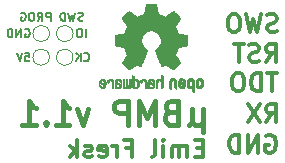
<source format=gbo>
G04 #@! TF.GenerationSoftware,KiCad,Pcbnew,5.0.0-rc1-44a33f2~62~ubuntu16.04.1*
G04 #@! TF.CreationDate,2018-03-27T11:25:49+02:00*
G04 #@! TF.ProjectId,ubmp_v1,75626D705F76312E6B696361645F7063,rev?*
G04 #@! TF.SameCoordinates,Original*
G04 #@! TF.FileFunction,Legend,Bot*
G04 #@! TF.FilePolarity,Positive*
%FSLAX46Y46*%
G04 Gerber Fmt 4.6, Leading zero omitted, Abs format (unit mm)*
G04 Created by KiCad (PCBNEW 5.0.0-rc1-44a33f2~62~ubuntu16.04.1) date Tue Mar 27 11:25:49 2018*
%MOMM*%
%LPD*%
G01*
G04 APERTURE LIST*
%ADD10C,0.150000*%
%ADD11C,0.300000*%
%ADD12C,0.400000*%
%ADD13C,0.120000*%
%ADD14C,0.010000*%
%ADD15C,1.360000*%
%ADD16O,3.660000X2.160000*%
%ADD17C,0.100000*%
%ADD18C,1.760000*%
%ADD19C,1.160000*%
G04 APERTURE END LIST*
D10*
X99233333Y-100683333D02*
X99133333Y-100716666D01*
X98966666Y-100716666D01*
X98900000Y-100683333D01*
X98866666Y-100650000D01*
X98833333Y-100583333D01*
X98833333Y-100516666D01*
X98866666Y-100450000D01*
X98900000Y-100416666D01*
X98966666Y-100383333D01*
X99100000Y-100350000D01*
X99166666Y-100316666D01*
X99200000Y-100283333D01*
X99233333Y-100216666D01*
X99233333Y-100150000D01*
X99200000Y-100083333D01*
X99166666Y-100050000D01*
X99100000Y-100016666D01*
X98933333Y-100016666D01*
X98833333Y-100050000D01*
X98600000Y-100016666D02*
X98433333Y-100716666D01*
X98300000Y-100216666D01*
X98166666Y-100716666D01*
X98000000Y-100016666D01*
X97733333Y-100716666D02*
X97733333Y-100016666D01*
X97566666Y-100016666D01*
X97466666Y-100050000D01*
X97400000Y-100116666D01*
X97366666Y-100183333D01*
X97333333Y-100316666D01*
X97333333Y-100416666D01*
X97366666Y-100550000D01*
X97400000Y-100616666D01*
X97466666Y-100683333D01*
X97566666Y-100716666D01*
X97733333Y-100716666D01*
X96500000Y-100716666D02*
X96500000Y-100016666D01*
X96233333Y-100016666D01*
X96166666Y-100050000D01*
X96133333Y-100083333D01*
X96100000Y-100150000D01*
X96100000Y-100250000D01*
X96133333Y-100316666D01*
X96166666Y-100350000D01*
X96233333Y-100383333D01*
X96500000Y-100383333D01*
X95400000Y-100716666D02*
X95633333Y-100383333D01*
X95800000Y-100716666D02*
X95800000Y-100016666D01*
X95533333Y-100016666D01*
X95466666Y-100050000D01*
X95433333Y-100083333D01*
X95400000Y-100150000D01*
X95400000Y-100250000D01*
X95433333Y-100316666D01*
X95466666Y-100350000D01*
X95533333Y-100383333D01*
X95800000Y-100383333D01*
X94966666Y-100016666D02*
X94833333Y-100016666D01*
X94766666Y-100050000D01*
X94700000Y-100116666D01*
X94666666Y-100250000D01*
X94666666Y-100483333D01*
X94700000Y-100616666D01*
X94766666Y-100683333D01*
X94833333Y-100716666D01*
X94966666Y-100716666D01*
X95033333Y-100683333D01*
X95100000Y-100616666D01*
X95133333Y-100483333D01*
X95133333Y-100250000D01*
X95100000Y-100116666D01*
X95033333Y-100050000D01*
X94966666Y-100016666D01*
X94000000Y-100050000D02*
X94066666Y-100016666D01*
X94166666Y-100016666D01*
X94266666Y-100050000D01*
X94333333Y-100116666D01*
X94366666Y-100183333D01*
X94400000Y-100316666D01*
X94400000Y-100416666D01*
X94366666Y-100550000D01*
X94333333Y-100616666D01*
X94266666Y-100683333D01*
X94166666Y-100716666D01*
X94100000Y-100716666D01*
X94000000Y-100683333D01*
X93966666Y-100650000D01*
X93966666Y-100416666D01*
X94100000Y-100416666D01*
D11*
X109407142Y-111492857D02*
X108907142Y-111492857D01*
X108692857Y-112278571D02*
X109407142Y-112278571D01*
X109407142Y-110778571D01*
X108692857Y-110778571D01*
X108050000Y-112278571D02*
X108050000Y-111278571D01*
X108050000Y-111421428D02*
X107978571Y-111350000D01*
X107835714Y-111278571D01*
X107621428Y-111278571D01*
X107478571Y-111350000D01*
X107407142Y-111492857D01*
X107407142Y-112278571D01*
X107407142Y-111492857D02*
X107335714Y-111350000D01*
X107192857Y-111278571D01*
X106978571Y-111278571D01*
X106835714Y-111350000D01*
X106764285Y-111492857D01*
X106764285Y-112278571D01*
X106050000Y-112278571D02*
X106050000Y-111278571D01*
X106050000Y-110778571D02*
X106121428Y-110850000D01*
X106050000Y-110921428D01*
X105978571Y-110850000D01*
X106050000Y-110778571D01*
X106050000Y-110921428D01*
X105121428Y-112278571D02*
X105264285Y-112207142D01*
X105335714Y-112064285D01*
X105335714Y-110778571D01*
X102907142Y-111492857D02*
X103407142Y-111492857D01*
X103407142Y-112278571D02*
X103407142Y-110778571D01*
X102692857Y-110778571D01*
X102121428Y-112278571D02*
X102121428Y-111278571D01*
X102121428Y-111564285D02*
X102050000Y-111421428D01*
X101978571Y-111350000D01*
X101835714Y-111278571D01*
X101692857Y-111278571D01*
X100621428Y-112207142D02*
X100764285Y-112278571D01*
X101050000Y-112278571D01*
X101192857Y-112207142D01*
X101264285Y-112064285D01*
X101264285Y-111492857D01*
X101192857Y-111350000D01*
X101050000Y-111278571D01*
X100764285Y-111278571D01*
X100621428Y-111350000D01*
X100550000Y-111492857D01*
X100550000Y-111635714D01*
X101264285Y-111778571D01*
X99978571Y-112207142D02*
X99835714Y-112278571D01*
X99550000Y-112278571D01*
X99407142Y-112207142D01*
X99335714Y-112064285D01*
X99335714Y-111992857D01*
X99407142Y-111850000D01*
X99550000Y-111778571D01*
X99764285Y-111778571D01*
X99907142Y-111707142D01*
X99978571Y-111564285D01*
X99978571Y-111492857D01*
X99907142Y-111350000D01*
X99764285Y-111278571D01*
X99550000Y-111278571D01*
X99407142Y-111350000D01*
X98692857Y-112278571D02*
X98692857Y-110778571D01*
X98550000Y-111707142D02*
X98121428Y-112278571D01*
X98121428Y-111278571D02*
X98692857Y-111850000D01*
D12*
X109419047Y-108171428D02*
X109419047Y-110171428D01*
X108466666Y-109219047D02*
X108371428Y-109409523D01*
X108180952Y-109504761D01*
X109419047Y-109219047D02*
X109323809Y-109409523D01*
X109133333Y-109504761D01*
X108752380Y-109504761D01*
X108561904Y-109409523D01*
X108466666Y-109219047D01*
X108466666Y-108171428D01*
X106657142Y-108457142D02*
X106371428Y-108552380D01*
X106276190Y-108647619D01*
X106180952Y-108838095D01*
X106180952Y-109123809D01*
X106276190Y-109314285D01*
X106371428Y-109409523D01*
X106561904Y-109504761D01*
X107323809Y-109504761D01*
X107323809Y-107504761D01*
X106657142Y-107504761D01*
X106466666Y-107600000D01*
X106371428Y-107695238D01*
X106276190Y-107885714D01*
X106276190Y-108076190D01*
X106371428Y-108266666D01*
X106466666Y-108361904D01*
X106657142Y-108457142D01*
X107323809Y-108457142D01*
X105323809Y-109504761D02*
X105323809Y-107504761D01*
X104657142Y-108933333D01*
X103990476Y-107504761D01*
X103990476Y-109504761D01*
X103038095Y-109504761D02*
X103038095Y-107504761D01*
X102276190Y-107504761D01*
X102085714Y-107600000D01*
X101990476Y-107695238D01*
X101895238Y-107885714D01*
X101895238Y-108171428D01*
X101990476Y-108361904D01*
X102085714Y-108457142D01*
X102276190Y-108552380D01*
X103038095Y-108552380D01*
X99704761Y-108171428D02*
X99228571Y-109504761D01*
X98752380Y-108171428D01*
X96942857Y-109504761D02*
X98085714Y-109504761D01*
X97514285Y-109504761D02*
X97514285Y-107504761D01*
X97704761Y-107790476D01*
X97895238Y-107980952D01*
X98085714Y-108076190D01*
X96085714Y-109314285D02*
X95990476Y-109409523D01*
X96085714Y-109504761D01*
X96180952Y-109409523D01*
X96085714Y-109314285D01*
X96085714Y-109504761D01*
X94085714Y-109504761D02*
X95228571Y-109504761D01*
X94657142Y-109504761D02*
X94657142Y-107504761D01*
X94847619Y-107790476D01*
X95038095Y-107980952D01*
X95228571Y-108076190D01*
D10*
X99333333Y-104050000D02*
X99366666Y-104083333D01*
X99466666Y-104116666D01*
X99533333Y-104116666D01*
X99633333Y-104083333D01*
X99700000Y-104016666D01*
X99733333Y-103950000D01*
X99766666Y-103816666D01*
X99766666Y-103716666D01*
X99733333Y-103583333D01*
X99700000Y-103516666D01*
X99633333Y-103450000D01*
X99533333Y-103416666D01*
X99466666Y-103416666D01*
X99366666Y-103450000D01*
X99333333Y-103483333D01*
X99033333Y-104116666D02*
X99033333Y-103416666D01*
X98633333Y-104116666D02*
X98933333Y-103716666D01*
X98633333Y-103416666D02*
X99033333Y-103816666D01*
X99466666Y-102116666D02*
X99466666Y-101416666D01*
X99000000Y-101416666D02*
X98866666Y-101416666D01*
X98800000Y-101450000D01*
X98733333Y-101516666D01*
X98700000Y-101650000D01*
X98700000Y-101883333D01*
X98733333Y-102016666D01*
X98800000Y-102083333D01*
X98866666Y-102116666D01*
X99000000Y-102116666D01*
X99066666Y-102083333D01*
X99133333Y-102016666D01*
X99166666Y-101883333D01*
X99166666Y-101650000D01*
X99133333Y-101516666D01*
X99066666Y-101450000D01*
X99000000Y-101416666D01*
X94333333Y-101450000D02*
X94400000Y-101416666D01*
X94500000Y-101416666D01*
X94600000Y-101450000D01*
X94666666Y-101516666D01*
X94700000Y-101583333D01*
X94733333Y-101716666D01*
X94733333Y-101816666D01*
X94700000Y-101950000D01*
X94666666Y-102016666D01*
X94600000Y-102083333D01*
X94500000Y-102116666D01*
X94433333Y-102116666D01*
X94333333Y-102083333D01*
X94300000Y-102050000D01*
X94300000Y-101816666D01*
X94433333Y-101816666D01*
X94000000Y-102116666D02*
X94000000Y-101416666D01*
X93600000Y-102116666D01*
X93600000Y-101416666D01*
X93266666Y-102116666D02*
X93266666Y-101416666D01*
X93100000Y-101416666D01*
X93000000Y-101450000D01*
X92933333Y-101516666D01*
X92900000Y-101583333D01*
X92866666Y-101716666D01*
X92866666Y-101816666D01*
X92900000Y-101950000D01*
X92933333Y-102016666D01*
X93000000Y-102083333D01*
X93100000Y-102116666D01*
X93266666Y-102116666D01*
X94333333Y-103416666D02*
X94666666Y-103416666D01*
X94700000Y-103750000D01*
X94666666Y-103716666D01*
X94600000Y-103683333D01*
X94433333Y-103683333D01*
X94366666Y-103716666D01*
X94333333Y-103750000D01*
X94300000Y-103816666D01*
X94300000Y-103983333D01*
X94333333Y-104050000D01*
X94366666Y-104083333D01*
X94433333Y-104116666D01*
X94600000Y-104116666D01*
X94666666Y-104083333D01*
X94700000Y-104050000D01*
X94100000Y-103416666D02*
X93866666Y-104116666D01*
X93633333Y-103416666D01*
D11*
X115671428Y-101607142D02*
X115457142Y-101678571D01*
X115100000Y-101678571D01*
X114957142Y-101607142D01*
X114885714Y-101535714D01*
X114814285Y-101392857D01*
X114814285Y-101250000D01*
X114885714Y-101107142D01*
X114957142Y-101035714D01*
X115100000Y-100964285D01*
X115385714Y-100892857D01*
X115528571Y-100821428D01*
X115600000Y-100750000D01*
X115671428Y-100607142D01*
X115671428Y-100464285D01*
X115600000Y-100321428D01*
X115528571Y-100250000D01*
X115385714Y-100178571D01*
X115028571Y-100178571D01*
X114814285Y-100250000D01*
X114314285Y-100178571D02*
X113957142Y-101678571D01*
X113671428Y-100607142D01*
X113385714Y-101678571D01*
X113028571Y-100178571D01*
X112171428Y-100178571D02*
X111885714Y-100178571D01*
X111742857Y-100250000D01*
X111600000Y-100392857D01*
X111528571Y-100678571D01*
X111528571Y-101178571D01*
X111600000Y-101464285D01*
X111742857Y-101607142D01*
X111885714Y-101678571D01*
X112171428Y-101678571D01*
X112314285Y-101607142D01*
X112457142Y-101464285D01*
X112528571Y-101178571D01*
X112528571Y-100678571D01*
X112457142Y-100392857D01*
X112314285Y-100250000D01*
X112171428Y-100178571D01*
X114721428Y-104178571D02*
X115221428Y-103464285D01*
X115578571Y-104178571D02*
X115578571Y-102678571D01*
X115007142Y-102678571D01*
X114864285Y-102750000D01*
X114792857Y-102821428D01*
X114721428Y-102964285D01*
X114721428Y-103178571D01*
X114792857Y-103321428D01*
X114864285Y-103392857D01*
X115007142Y-103464285D01*
X115578571Y-103464285D01*
X114150000Y-104107142D02*
X113935714Y-104178571D01*
X113578571Y-104178571D01*
X113435714Y-104107142D01*
X113364285Y-104035714D01*
X113292857Y-103892857D01*
X113292857Y-103750000D01*
X113364285Y-103607142D01*
X113435714Y-103535714D01*
X113578571Y-103464285D01*
X113864285Y-103392857D01*
X114007142Y-103321428D01*
X114078571Y-103250000D01*
X114150000Y-103107142D01*
X114150000Y-102964285D01*
X114078571Y-102821428D01*
X114007142Y-102750000D01*
X113864285Y-102678571D01*
X113507142Y-102678571D01*
X113292857Y-102750000D01*
X112864285Y-102678571D02*
X112007142Y-102678571D01*
X112435714Y-104178571D02*
X112435714Y-102678571D01*
X115664285Y-105178571D02*
X114807142Y-105178571D01*
X115235714Y-106678571D02*
X115235714Y-105178571D01*
X114307142Y-106678571D02*
X114307142Y-105178571D01*
X113950000Y-105178571D01*
X113735714Y-105250000D01*
X113592857Y-105392857D01*
X113521428Y-105535714D01*
X113450000Y-105821428D01*
X113450000Y-106035714D01*
X113521428Y-106321428D01*
X113592857Y-106464285D01*
X113735714Y-106607142D01*
X113950000Y-106678571D01*
X114307142Y-106678571D01*
X112521428Y-105178571D02*
X112235714Y-105178571D01*
X112092857Y-105250000D01*
X111950000Y-105392857D01*
X111878571Y-105678571D01*
X111878571Y-106178571D01*
X111950000Y-106464285D01*
X112092857Y-106607142D01*
X112235714Y-106678571D01*
X112521428Y-106678571D01*
X112664285Y-106607142D01*
X112807142Y-106464285D01*
X112878571Y-106178571D01*
X112878571Y-105678571D01*
X112807142Y-105392857D01*
X112664285Y-105250000D01*
X112521428Y-105178571D01*
X114750000Y-109278571D02*
X115250000Y-108564285D01*
X115607142Y-109278571D02*
X115607142Y-107778571D01*
X115035714Y-107778571D01*
X114892857Y-107850000D01*
X114821428Y-107921428D01*
X114750000Y-108064285D01*
X114750000Y-108278571D01*
X114821428Y-108421428D01*
X114892857Y-108492857D01*
X115035714Y-108564285D01*
X115607142Y-108564285D01*
X114250000Y-107778571D02*
X113250000Y-109278571D01*
X113250000Y-107778571D02*
X114250000Y-109278571D01*
X114742857Y-110450000D02*
X114885714Y-110378571D01*
X115100000Y-110378571D01*
X115314285Y-110450000D01*
X115457142Y-110592857D01*
X115528571Y-110735714D01*
X115600000Y-111021428D01*
X115600000Y-111235714D01*
X115528571Y-111521428D01*
X115457142Y-111664285D01*
X115314285Y-111807142D01*
X115100000Y-111878571D01*
X114957142Y-111878571D01*
X114742857Y-111807142D01*
X114671428Y-111735714D01*
X114671428Y-111235714D01*
X114957142Y-111235714D01*
X114028571Y-111878571D02*
X114028571Y-110378571D01*
X113171428Y-111878571D01*
X113171428Y-110378571D01*
X112457142Y-111878571D02*
X112457142Y-110378571D01*
X112100000Y-110378571D01*
X111885714Y-110450000D01*
X111742857Y-110592857D01*
X111671428Y-110735714D01*
X111600000Y-111021428D01*
X111600000Y-111235714D01*
X111671428Y-111521428D01*
X111742857Y-111664285D01*
X111885714Y-111807142D01*
X112100000Y-111878571D01*
X112457142Y-111878571D01*
D13*
X98400000Y-101800000D02*
G75*
G03X98400000Y-101800000I-700000J0D01*
G01*
X98400000Y-103800000D02*
G75*
G03X98400000Y-103800000I-700000J0D01*
G01*
X96400000Y-101800000D02*
G75*
G03X96400000Y-101800000I-700000J0D01*
G01*
X96400000Y-103800000D02*
G75*
G03X96400000Y-103800000I-700000J0D01*
G01*
D14*
G36*
X104860122Y-99287776D02*
X104754388Y-99288355D01*
X104677868Y-99289922D01*
X104625628Y-99292972D01*
X104592737Y-99297996D01*
X104574263Y-99305489D01*
X104565273Y-99315944D01*
X104560837Y-99329853D01*
X104560406Y-99331654D01*
X104553667Y-99364145D01*
X104541192Y-99428252D01*
X104524281Y-99517151D01*
X104504229Y-99624019D01*
X104482336Y-99742033D01*
X104481571Y-99746178D01*
X104459641Y-99861831D01*
X104439123Y-99964014D01*
X104421341Y-100046598D01*
X104407619Y-100103456D01*
X104399282Y-100128458D01*
X104398884Y-100128901D01*
X104374323Y-100141110D01*
X104323685Y-100161456D01*
X104257905Y-100185545D01*
X104257539Y-100185674D01*
X104174683Y-100216818D01*
X104077000Y-100256491D01*
X103984923Y-100296381D01*
X103980566Y-100298353D01*
X103830593Y-100366420D01*
X103498502Y-100139639D01*
X103396626Y-100070504D01*
X103304343Y-100008697D01*
X103226997Y-99957733D01*
X103169936Y-99921127D01*
X103138505Y-99902394D01*
X103135521Y-99901004D01*
X103112679Y-99907190D01*
X103070018Y-99937035D01*
X103005872Y-99991947D01*
X102918579Y-100073334D01*
X102829465Y-100159922D01*
X102743559Y-100245247D01*
X102666673Y-100323108D01*
X102603436Y-100388697D01*
X102558477Y-100437205D01*
X102536424Y-100463825D01*
X102535604Y-100465195D01*
X102533166Y-100483463D01*
X102542350Y-100513295D01*
X102565426Y-100558721D01*
X102604663Y-100623770D01*
X102662330Y-100712470D01*
X102739205Y-100826657D01*
X102807430Y-100927162D01*
X102868418Y-101017303D01*
X102918644Y-101091849D01*
X102954584Y-101145565D01*
X102972713Y-101173218D01*
X102973854Y-101175095D01*
X102971641Y-101201590D01*
X102954862Y-101253086D01*
X102926858Y-101319851D01*
X102916878Y-101341172D01*
X102873328Y-101436159D01*
X102826866Y-101543937D01*
X102789123Y-101637192D01*
X102761927Y-101706406D01*
X102740325Y-101759006D01*
X102727842Y-101786497D01*
X102726291Y-101788616D01*
X102703332Y-101792124D01*
X102649214Y-101801738D01*
X102571132Y-101816089D01*
X102476281Y-101833807D01*
X102371857Y-101853525D01*
X102265056Y-101873874D01*
X102163074Y-101893486D01*
X102073106Y-101910991D01*
X102002347Y-101925022D01*
X101957994Y-101934209D01*
X101947115Y-101936807D01*
X101935878Y-101943218D01*
X101927395Y-101957697D01*
X101921286Y-101985133D01*
X101917168Y-102030411D01*
X101914659Y-102098420D01*
X101913379Y-102194047D01*
X101912946Y-102322180D01*
X101912923Y-102374701D01*
X101912923Y-102801845D01*
X102015500Y-102822091D01*
X102072569Y-102833070D01*
X102157731Y-102849095D01*
X102260628Y-102868233D01*
X102370904Y-102888551D01*
X102401385Y-102894132D01*
X102503145Y-102913917D01*
X102591795Y-102933373D01*
X102659892Y-102950697D01*
X102699996Y-102964088D01*
X102706677Y-102968079D01*
X102723081Y-102996342D01*
X102746601Y-103051109D01*
X102772684Y-103121588D01*
X102777858Y-103136769D01*
X102812044Y-103230896D01*
X102854477Y-103337101D01*
X102896003Y-103432473D01*
X102896208Y-103432916D01*
X102965360Y-103582525D01*
X102510488Y-104251617D01*
X102802500Y-104544116D01*
X102890820Y-104631170D01*
X102971375Y-104707909D01*
X103039640Y-104770237D01*
X103091092Y-104814056D01*
X103121206Y-104835270D01*
X103125526Y-104836616D01*
X103150889Y-104826016D01*
X103202642Y-104796547D01*
X103275132Y-104751705D01*
X103362706Y-104694984D01*
X103457388Y-104631462D01*
X103553484Y-104566668D01*
X103639163Y-104510287D01*
X103708984Y-104465788D01*
X103757506Y-104436639D01*
X103779218Y-104426308D01*
X103805707Y-104435050D01*
X103855938Y-104458087D01*
X103919549Y-104490631D01*
X103926292Y-104494249D01*
X104011954Y-104537210D01*
X104070694Y-104558279D01*
X104107228Y-104558503D01*
X104126269Y-104538928D01*
X104126380Y-104538654D01*
X104135898Y-104515472D01*
X104158597Y-104460441D01*
X104192718Y-104377822D01*
X104236500Y-104271872D01*
X104288184Y-104146852D01*
X104346008Y-104007020D01*
X104402009Y-103871637D01*
X104463553Y-103722234D01*
X104520061Y-103583832D01*
X104569839Y-103460673D01*
X104611194Y-103357002D01*
X104642432Y-103277059D01*
X104661859Y-103225088D01*
X104667846Y-103205692D01*
X104652832Y-103183443D01*
X104613561Y-103147982D01*
X104561193Y-103108887D01*
X104412059Y-102985245D01*
X104295489Y-102843522D01*
X104212882Y-102686704D01*
X104165634Y-102517775D01*
X104155143Y-102339722D01*
X104162769Y-102257539D01*
X104204318Y-102087031D01*
X104275877Y-101936459D01*
X104373005Y-101807309D01*
X104491266Y-101701064D01*
X104626220Y-101619210D01*
X104773429Y-101563232D01*
X104928456Y-101534615D01*
X105086861Y-101534844D01*
X105244206Y-101565405D01*
X105396054Y-101627782D01*
X105537965Y-101723460D01*
X105597197Y-101777572D01*
X105710797Y-101916520D01*
X105789894Y-102068361D01*
X105835014Y-102228667D01*
X105846684Y-102393012D01*
X105825431Y-102556971D01*
X105771780Y-102716118D01*
X105686260Y-102866025D01*
X105569395Y-103002267D01*
X105438807Y-103108887D01*
X105384412Y-103149642D01*
X105345986Y-103184718D01*
X105332154Y-103205726D01*
X105339397Y-103228635D01*
X105359995Y-103283365D01*
X105392254Y-103365672D01*
X105434479Y-103471315D01*
X105484977Y-103596050D01*
X105542052Y-103735636D01*
X105598146Y-103871670D01*
X105660033Y-104021201D01*
X105717356Y-104159767D01*
X105768356Y-104283107D01*
X105811273Y-104386964D01*
X105844347Y-104467080D01*
X105865819Y-104519195D01*
X105873775Y-104538654D01*
X105892571Y-104558423D01*
X105928926Y-104558365D01*
X105987521Y-104537441D01*
X106073032Y-104494613D01*
X106073708Y-104494249D01*
X106138093Y-104461012D01*
X106190139Y-104436802D01*
X106219488Y-104426404D01*
X106220783Y-104426308D01*
X106242876Y-104436855D01*
X106291652Y-104466184D01*
X106361669Y-104510827D01*
X106447486Y-104567314D01*
X106542612Y-104631462D01*
X106639460Y-104696411D01*
X106726747Y-104752896D01*
X106798819Y-104797421D01*
X106850023Y-104826490D01*
X106874474Y-104836616D01*
X106896990Y-104823307D01*
X106942258Y-104786112D01*
X107005756Y-104729128D01*
X107082961Y-104656449D01*
X107169349Y-104572171D01*
X107197601Y-104544016D01*
X107489713Y-104251416D01*
X107267369Y-103925104D01*
X107199798Y-103824897D01*
X107140493Y-103734963D01*
X107092783Y-103660510D01*
X107059993Y-103606751D01*
X107045452Y-103578894D01*
X107045026Y-103576912D01*
X107052692Y-103550655D01*
X107073311Y-103497837D01*
X107103315Y-103427310D01*
X107124375Y-103380093D01*
X107163752Y-103289694D01*
X107200835Y-103198366D01*
X107229585Y-103121200D01*
X107237395Y-103097692D01*
X107259583Y-103034916D01*
X107281273Y-102986411D01*
X107293187Y-102968079D01*
X107319477Y-102956859D01*
X107376858Y-102940954D01*
X107457882Y-102922167D01*
X107555105Y-102902299D01*
X107598615Y-102894132D01*
X107709104Y-102873829D01*
X107815084Y-102854170D01*
X107906199Y-102837088D01*
X107972092Y-102824518D01*
X107984500Y-102822091D01*
X108087077Y-102801845D01*
X108087077Y-102374701D01*
X108086847Y-102234246D01*
X108085901Y-102127979D01*
X108083859Y-102051013D01*
X108080338Y-101998460D01*
X108074957Y-101965433D01*
X108067334Y-101947045D01*
X108057088Y-101938408D01*
X108052885Y-101936807D01*
X108027530Y-101931127D01*
X107971516Y-101919795D01*
X107892036Y-101904179D01*
X107796288Y-101885647D01*
X107691467Y-101865569D01*
X107584768Y-101845312D01*
X107483387Y-101826246D01*
X107394521Y-101809739D01*
X107325363Y-101797159D01*
X107283111Y-101789875D01*
X107273710Y-101788616D01*
X107265193Y-101771763D01*
X107246340Y-101726870D01*
X107220676Y-101662430D01*
X107210877Y-101637192D01*
X107171352Y-101539686D01*
X107124808Y-101431959D01*
X107083123Y-101341172D01*
X107052450Y-101271753D01*
X107032044Y-101214710D01*
X107025232Y-101179777D01*
X107026318Y-101175095D01*
X107040715Y-101152991D01*
X107073588Y-101103831D01*
X107121410Y-101032848D01*
X107180652Y-100945278D01*
X107247785Y-100846357D01*
X107261059Y-100826830D01*
X107338954Y-100711140D01*
X107396213Y-100623044D01*
X107435119Y-100558486D01*
X107457956Y-100513411D01*
X107467006Y-100483763D01*
X107464552Y-100465485D01*
X107464489Y-100465369D01*
X107445173Y-100441361D01*
X107402449Y-100394947D01*
X107340949Y-100330937D01*
X107265302Y-100254145D01*
X107180139Y-100169382D01*
X107170535Y-100159922D01*
X107063210Y-100055989D01*
X106980385Y-99979675D01*
X106920395Y-99929571D01*
X106881577Y-99904270D01*
X106864480Y-99901004D01*
X106839527Y-99915250D01*
X106787745Y-99948156D01*
X106714480Y-99996208D01*
X106625080Y-100055890D01*
X106524889Y-100123688D01*
X106501499Y-100139639D01*
X106169407Y-100366420D01*
X106019435Y-100298353D01*
X105928230Y-100258685D01*
X105830331Y-100218791D01*
X105746169Y-100186983D01*
X105742462Y-100185674D01*
X105676631Y-100161576D01*
X105625884Y-100141200D01*
X105601158Y-100128936D01*
X105601116Y-100128901D01*
X105593271Y-100106734D01*
X105579934Y-100052217D01*
X105562430Y-99971480D01*
X105542083Y-99870650D01*
X105520218Y-99755856D01*
X105518429Y-99746178D01*
X105496496Y-99627904D01*
X105476360Y-99520542D01*
X105459320Y-99430917D01*
X105446672Y-99365851D01*
X105439716Y-99332168D01*
X105439594Y-99331654D01*
X105435361Y-99317325D01*
X105427129Y-99306507D01*
X105409967Y-99298706D01*
X105378942Y-99293429D01*
X105329122Y-99290182D01*
X105255576Y-99288472D01*
X105153371Y-99287807D01*
X105017575Y-99287693D01*
X105000000Y-99287692D01*
X104860122Y-99287776D01*
X104860122Y-99287776D01*
G37*
X104860122Y-99287776D02*
X104754388Y-99288355D01*
X104677868Y-99289922D01*
X104625628Y-99292972D01*
X104592737Y-99297996D01*
X104574263Y-99305489D01*
X104565273Y-99315944D01*
X104560837Y-99329853D01*
X104560406Y-99331654D01*
X104553667Y-99364145D01*
X104541192Y-99428252D01*
X104524281Y-99517151D01*
X104504229Y-99624019D01*
X104482336Y-99742033D01*
X104481571Y-99746178D01*
X104459641Y-99861831D01*
X104439123Y-99964014D01*
X104421341Y-100046598D01*
X104407619Y-100103456D01*
X104399282Y-100128458D01*
X104398884Y-100128901D01*
X104374323Y-100141110D01*
X104323685Y-100161456D01*
X104257905Y-100185545D01*
X104257539Y-100185674D01*
X104174683Y-100216818D01*
X104077000Y-100256491D01*
X103984923Y-100296381D01*
X103980566Y-100298353D01*
X103830593Y-100366420D01*
X103498502Y-100139639D01*
X103396626Y-100070504D01*
X103304343Y-100008697D01*
X103226997Y-99957733D01*
X103169936Y-99921127D01*
X103138505Y-99902394D01*
X103135521Y-99901004D01*
X103112679Y-99907190D01*
X103070018Y-99937035D01*
X103005872Y-99991947D01*
X102918579Y-100073334D01*
X102829465Y-100159922D01*
X102743559Y-100245247D01*
X102666673Y-100323108D01*
X102603436Y-100388697D01*
X102558477Y-100437205D01*
X102536424Y-100463825D01*
X102535604Y-100465195D01*
X102533166Y-100483463D01*
X102542350Y-100513295D01*
X102565426Y-100558721D01*
X102604663Y-100623770D01*
X102662330Y-100712470D01*
X102739205Y-100826657D01*
X102807430Y-100927162D01*
X102868418Y-101017303D01*
X102918644Y-101091849D01*
X102954584Y-101145565D01*
X102972713Y-101173218D01*
X102973854Y-101175095D01*
X102971641Y-101201590D01*
X102954862Y-101253086D01*
X102926858Y-101319851D01*
X102916878Y-101341172D01*
X102873328Y-101436159D01*
X102826866Y-101543937D01*
X102789123Y-101637192D01*
X102761927Y-101706406D01*
X102740325Y-101759006D01*
X102727842Y-101786497D01*
X102726291Y-101788616D01*
X102703332Y-101792124D01*
X102649214Y-101801738D01*
X102571132Y-101816089D01*
X102476281Y-101833807D01*
X102371857Y-101853525D01*
X102265056Y-101873874D01*
X102163074Y-101893486D01*
X102073106Y-101910991D01*
X102002347Y-101925022D01*
X101957994Y-101934209D01*
X101947115Y-101936807D01*
X101935878Y-101943218D01*
X101927395Y-101957697D01*
X101921286Y-101985133D01*
X101917168Y-102030411D01*
X101914659Y-102098420D01*
X101913379Y-102194047D01*
X101912946Y-102322180D01*
X101912923Y-102374701D01*
X101912923Y-102801845D01*
X102015500Y-102822091D01*
X102072569Y-102833070D01*
X102157731Y-102849095D01*
X102260628Y-102868233D01*
X102370904Y-102888551D01*
X102401385Y-102894132D01*
X102503145Y-102913917D01*
X102591795Y-102933373D01*
X102659892Y-102950697D01*
X102699996Y-102964088D01*
X102706677Y-102968079D01*
X102723081Y-102996342D01*
X102746601Y-103051109D01*
X102772684Y-103121588D01*
X102777858Y-103136769D01*
X102812044Y-103230896D01*
X102854477Y-103337101D01*
X102896003Y-103432473D01*
X102896208Y-103432916D01*
X102965360Y-103582525D01*
X102510488Y-104251617D01*
X102802500Y-104544116D01*
X102890820Y-104631170D01*
X102971375Y-104707909D01*
X103039640Y-104770237D01*
X103091092Y-104814056D01*
X103121206Y-104835270D01*
X103125526Y-104836616D01*
X103150889Y-104826016D01*
X103202642Y-104796547D01*
X103275132Y-104751705D01*
X103362706Y-104694984D01*
X103457388Y-104631462D01*
X103553484Y-104566668D01*
X103639163Y-104510287D01*
X103708984Y-104465788D01*
X103757506Y-104436639D01*
X103779218Y-104426308D01*
X103805707Y-104435050D01*
X103855938Y-104458087D01*
X103919549Y-104490631D01*
X103926292Y-104494249D01*
X104011954Y-104537210D01*
X104070694Y-104558279D01*
X104107228Y-104558503D01*
X104126269Y-104538928D01*
X104126380Y-104538654D01*
X104135898Y-104515472D01*
X104158597Y-104460441D01*
X104192718Y-104377822D01*
X104236500Y-104271872D01*
X104288184Y-104146852D01*
X104346008Y-104007020D01*
X104402009Y-103871637D01*
X104463553Y-103722234D01*
X104520061Y-103583832D01*
X104569839Y-103460673D01*
X104611194Y-103357002D01*
X104642432Y-103277059D01*
X104661859Y-103225088D01*
X104667846Y-103205692D01*
X104652832Y-103183443D01*
X104613561Y-103147982D01*
X104561193Y-103108887D01*
X104412059Y-102985245D01*
X104295489Y-102843522D01*
X104212882Y-102686704D01*
X104165634Y-102517775D01*
X104155143Y-102339722D01*
X104162769Y-102257539D01*
X104204318Y-102087031D01*
X104275877Y-101936459D01*
X104373005Y-101807309D01*
X104491266Y-101701064D01*
X104626220Y-101619210D01*
X104773429Y-101563232D01*
X104928456Y-101534615D01*
X105086861Y-101534844D01*
X105244206Y-101565405D01*
X105396054Y-101627782D01*
X105537965Y-101723460D01*
X105597197Y-101777572D01*
X105710797Y-101916520D01*
X105789894Y-102068361D01*
X105835014Y-102228667D01*
X105846684Y-102393012D01*
X105825431Y-102556971D01*
X105771780Y-102716118D01*
X105686260Y-102866025D01*
X105569395Y-103002267D01*
X105438807Y-103108887D01*
X105384412Y-103149642D01*
X105345986Y-103184718D01*
X105332154Y-103205726D01*
X105339397Y-103228635D01*
X105359995Y-103283365D01*
X105392254Y-103365672D01*
X105434479Y-103471315D01*
X105484977Y-103596050D01*
X105542052Y-103735636D01*
X105598146Y-103871670D01*
X105660033Y-104021201D01*
X105717356Y-104159767D01*
X105768356Y-104283107D01*
X105811273Y-104386964D01*
X105844347Y-104467080D01*
X105865819Y-104519195D01*
X105873775Y-104538654D01*
X105892571Y-104558423D01*
X105928926Y-104558365D01*
X105987521Y-104537441D01*
X106073032Y-104494613D01*
X106073708Y-104494249D01*
X106138093Y-104461012D01*
X106190139Y-104436802D01*
X106219488Y-104426404D01*
X106220783Y-104426308D01*
X106242876Y-104436855D01*
X106291652Y-104466184D01*
X106361669Y-104510827D01*
X106447486Y-104567314D01*
X106542612Y-104631462D01*
X106639460Y-104696411D01*
X106726747Y-104752896D01*
X106798819Y-104797421D01*
X106850023Y-104826490D01*
X106874474Y-104836616D01*
X106896990Y-104823307D01*
X106942258Y-104786112D01*
X107005756Y-104729128D01*
X107082961Y-104656449D01*
X107169349Y-104572171D01*
X107197601Y-104544016D01*
X107489713Y-104251416D01*
X107267369Y-103925104D01*
X107199798Y-103824897D01*
X107140493Y-103734963D01*
X107092783Y-103660510D01*
X107059993Y-103606751D01*
X107045452Y-103578894D01*
X107045026Y-103576912D01*
X107052692Y-103550655D01*
X107073311Y-103497837D01*
X107103315Y-103427310D01*
X107124375Y-103380093D01*
X107163752Y-103289694D01*
X107200835Y-103198366D01*
X107229585Y-103121200D01*
X107237395Y-103097692D01*
X107259583Y-103034916D01*
X107281273Y-102986411D01*
X107293187Y-102968079D01*
X107319477Y-102956859D01*
X107376858Y-102940954D01*
X107457882Y-102922167D01*
X107555105Y-102902299D01*
X107598615Y-102894132D01*
X107709104Y-102873829D01*
X107815084Y-102854170D01*
X107906199Y-102837088D01*
X107972092Y-102824518D01*
X107984500Y-102822091D01*
X108087077Y-102801845D01*
X108087077Y-102374701D01*
X108086847Y-102234246D01*
X108085901Y-102127979D01*
X108083859Y-102051013D01*
X108080338Y-101998460D01*
X108074957Y-101965433D01*
X108067334Y-101947045D01*
X108057088Y-101938408D01*
X108052885Y-101936807D01*
X108027530Y-101931127D01*
X107971516Y-101919795D01*
X107892036Y-101904179D01*
X107796288Y-101885647D01*
X107691467Y-101865569D01*
X107584768Y-101845312D01*
X107483387Y-101826246D01*
X107394521Y-101809739D01*
X107325363Y-101797159D01*
X107283111Y-101789875D01*
X107273710Y-101788616D01*
X107265193Y-101771763D01*
X107246340Y-101726870D01*
X107220676Y-101662430D01*
X107210877Y-101637192D01*
X107171352Y-101539686D01*
X107124808Y-101431959D01*
X107083123Y-101341172D01*
X107052450Y-101271753D01*
X107032044Y-101214710D01*
X107025232Y-101179777D01*
X107026318Y-101175095D01*
X107040715Y-101152991D01*
X107073588Y-101103831D01*
X107121410Y-101032848D01*
X107180652Y-100945278D01*
X107247785Y-100846357D01*
X107261059Y-100826830D01*
X107338954Y-100711140D01*
X107396213Y-100623044D01*
X107435119Y-100558486D01*
X107457956Y-100513411D01*
X107467006Y-100483763D01*
X107464552Y-100465485D01*
X107464489Y-100465369D01*
X107445173Y-100441361D01*
X107402449Y-100394947D01*
X107340949Y-100330937D01*
X107265302Y-100254145D01*
X107180139Y-100169382D01*
X107170535Y-100159922D01*
X107063210Y-100055989D01*
X106980385Y-99979675D01*
X106920395Y-99929571D01*
X106881577Y-99904270D01*
X106864480Y-99901004D01*
X106839527Y-99915250D01*
X106787745Y-99948156D01*
X106714480Y-99996208D01*
X106625080Y-100055890D01*
X106524889Y-100123688D01*
X106501499Y-100139639D01*
X106169407Y-100366420D01*
X106019435Y-100298353D01*
X105928230Y-100258685D01*
X105830331Y-100218791D01*
X105746169Y-100186983D01*
X105742462Y-100185674D01*
X105676631Y-100161576D01*
X105625884Y-100141200D01*
X105601158Y-100128936D01*
X105601116Y-100128901D01*
X105593271Y-100106734D01*
X105579934Y-100052217D01*
X105562430Y-99971480D01*
X105542083Y-99870650D01*
X105520218Y-99755856D01*
X105518429Y-99746178D01*
X105496496Y-99627904D01*
X105476360Y-99520542D01*
X105459320Y-99430917D01*
X105446672Y-99365851D01*
X105439716Y-99332168D01*
X105439594Y-99331654D01*
X105435361Y-99317325D01*
X105427129Y-99306507D01*
X105409967Y-99298706D01*
X105378942Y-99293429D01*
X105329122Y-99290182D01*
X105255576Y-99288472D01*
X105153371Y-99287807D01*
X105017575Y-99287693D01*
X105000000Y-99287692D01*
X104860122Y-99287776D01*
G36*
X100754776Y-105647838D02*
X100677472Y-105698361D01*
X100640186Y-105743590D01*
X100610647Y-105825663D01*
X100608301Y-105890607D01*
X100613615Y-105977445D01*
X100813885Y-106065103D01*
X100911261Y-106109887D01*
X100974887Y-106145913D01*
X101007971Y-106177117D01*
X101013720Y-106207436D01*
X100995342Y-106240805D01*
X100975077Y-106262923D01*
X100916111Y-106298393D01*
X100851976Y-106300879D01*
X100793074Y-106273235D01*
X100749803Y-106218320D01*
X100742064Y-106198928D01*
X100704994Y-106138364D01*
X100662346Y-106112552D01*
X100603846Y-106090471D01*
X100603846Y-106174184D01*
X100609018Y-106231150D01*
X100629277Y-106279189D01*
X100671738Y-106334346D01*
X100678049Y-106341514D01*
X100725280Y-106390585D01*
X100765879Y-106416920D01*
X100816672Y-106429035D01*
X100858780Y-106433003D01*
X100934098Y-106433991D01*
X100987714Y-106421466D01*
X101021162Y-106402869D01*
X101073732Y-106361975D01*
X101110121Y-106317748D01*
X101133150Y-106262126D01*
X101145641Y-106187047D01*
X101150413Y-106084449D01*
X101150794Y-106032376D01*
X101149499Y-105969948D01*
X101031529Y-105969948D01*
X101030161Y-106003438D01*
X101026751Y-106008923D01*
X101004247Y-106001472D01*
X100955818Y-105981753D01*
X100891092Y-105953718D01*
X100877557Y-105947692D01*
X100795756Y-105906096D01*
X100750688Y-105869538D01*
X100740783Y-105835296D01*
X100764474Y-105800648D01*
X100784040Y-105785339D01*
X100854640Y-105754721D01*
X100920720Y-105759780D01*
X100976041Y-105797151D01*
X101014364Y-105863473D01*
X101026651Y-105916116D01*
X101031529Y-105969948D01*
X101149499Y-105969948D01*
X101148270Y-105910720D01*
X101138968Y-105820710D01*
X101120540Y-105755167D01*
X101090640Y-105706912D01*
X101046920Y-105668767D01*
X101027859Y-105656440D01*
X100941274Y-105624336D01*
X100846478Y-105622316D01*
X100754776Y-105647838D01*
X100754776Y-105647838D01*
G37*
X100754776Y-105647838D02*
X100677472Y-105698361D01*
X100640186Y-105743590D01*
X100610647Y-105825663D01*
X100608301Y-105890607D01*
X100613615Y-105977445D01*
X100813885Y-106065103D01*
X100911261Y-106109887D01*
X100974887Y-106145913D01*
X101007971Y-106177117D01*
X101013720Y-106207436D01*
X100995342Y-106240805D01*
X100975077Y-106262923D01*
X100916111Y-106298393D01*
X100851976Y-106300879D01*
X100793074Y-106273235D01*
X100749803Y-106218320D01*
X100742064Y-106198928D01*
X100704994Y-106138364D01*
X100662346Y-106112552D01*
X100603846Y-106090471D01*
X100603846Y-106174184D01*
X100609018Y-106231150D01*
X100629277Y-106279189D01*
X100671738Y-106334346D01*
X100678049Y-106341514D01*
X100725280Y-106390585D01*
X100765879Y-106416920D01*
X100816672Y-106429035D01*
X100858780Y-106433003D01*
X100934098Y-106433991D01*
X100987714Y-106421466D01*
X101021162Y-106402869D01*
X101073732Y-106361975D01*
X101110121Y-106317748D01*
X101133150Y-106262126D01*
X101145641Y-106187047D01*
X101150413Y-106084449D01*
X101150794Y-106032376D01*
X101149499Y-105969948D01*
X101031529Y-105969948D01*
X101030161Y-106003438D01*
X101026751Y-106008923D01*
X101004247Y-106001472D01*
X100955818Y-105981753D01*
X100891092Y-105953718D01*
X100877557Y-105947692D01*
X100795756Y-105906096D01*
X100750688Y-105869538D01*
X100740783Y-105835296D01*
X100764474Y-105800648D01*
X100784040Y-105785339D01*
X100854640Y-105754721D01*
X100920720Y-105759780D01*
X100976041Y-105797151D01*
X101014364Y-105863473D01*
X101026651Y-105916116D01*
X101031529Y-105969948D01*
X101149499Y-105969948D01*
X101148270Y-105910720D01*
X101138968Y-105820710D01*
X101120540Y-105755167D01*
X101090640Y-105706912D01*
X101046920Y-105668767D01*
X101027859Y-105656440D01*
X100941274Y-105624336D01*
X100846478Y-105622316D01*
X100754776Y-105647838D01*
G36*
X101429193Y-105636782D02*
X101405839Y-105646988D01*
X101350098Y-105691134D01*
X101302431Y-105754967D01*
X101272952Y-105823087D01*
X101268154Y-105856670D01*
X101284240Y-105903556D01*
X101319525Y-105928365D01*
X101357356Y-105943387D01*
X101374679Y-105946155D01*
X101383114Y-105926066D01*
X101399770Y-105882351D01*
X101407077Y-105862598D01*
X101448052Y-105794271D01*
X101507378Y-105760191D01*
X101583448Y-105761239D01*
X101589082Y-105762581D01*
X101629695Y-105781836D01*
X101659552Y-105819375D01*
X101679945Y-105879809D01*
X101692164Y-105967751D01*
X101697500Y-106087813D01*
X101698000Y-106151698D01*
X101698248Y-106252403D01*
X101699874Y-106321054D01*
X101704199Y-106364673D01*
X101712546Y-106390282D01*
X101726235Y-106404903D01*
X101746589Y-106415558D01*
X101747766Y-106416095D01*
X101786962Y-106432667D01*
X101806381Y-106438769D01*
X101809365Y-106420319D01*
X101811919Y-106369323D01*
X101813860Y-106292308D01*
X101815003Y-106195805D01*
X101815231Y-106125184D01*
X101814068Y-105988525D01*
X101809521Y-105884851D01*
X101800001Y-105808108D01*
X101783919Y-105752246D01*
X101759687Y-105711212D01*
X101725714Y-105678954D01*
X101692167Y-105656440D01*
X101611501Y-105626476D01*
X101517619Y-105619718D01*
X101429193Y-105636782D01*
X101429193Y-105636782D01*
G37*
X101429193Y-105636782D02*
X101405839Y-105646988D01*
X101350098Y-105691134D01*
X101302431Y-105754967D01*
X101272952Y-105823087D01*
X101268154Y-105856670D01*
X101284240Y-105903556D01*
X101319525Y-105928365D01*
X101357356Y-105943387D01*
X101374679Y-105946155D01*
X101383114Y-105926066D01*
X101399770Y-105882351D01*
X101407077Y-105862598D01*
X101448052Y-105794271D01*
X101507378Y-105760191D01*
X101583448Y-105761239D01*
X101589082Y-105762581D01*
X101629695Y-105781836D01*
X101659552Y-105819375D01*
X101679945Y-105879809D01*
X101692164Y-105967751D01*
X101697500Y-106087813D01*
X101698000Y-106151698D01*
X101698248Y-106252403D01*
X101699874Y-106321054D01*
X101704199Y-106364673D01*
X101712546Y-106390282D01*
X101726235Y-106404903D01*
X101746589Y-106415558D01*
X101747766Y-106416095D01*
X101786962Y-106432667D01*
X101806381Y-106438769D01*
X101809365Y-106420319D01*
X101811919Y-106369323D01*
X101813860Y-106292308D01*
X101815003Y-106195805D01*
X101815231Y-106125184D01*
X101814068Y-105988525D01*
X101809521Y-105884851D01*
X101800001Y-105808108D01*
X101783919Y-105752246D01*
X101759687Y-105711212D01*
X101725714Y-105678954D01*
X101692167Y-105656440D01*
X101611501Y-105626476D01*
X101517619Y-105619718D01*
X101429193Y-105636782D01*
G36*
X102112667Y-105633528D02*
X102056410Y-105659117D01*
X102012253Y-105690124D01*
X101979899Y-105724795D01*
X101957562Y-105769520D01*
X101943454Y-105830692D01*
X101935789Y-105914701D01*
X101932780Y-106027940D01*
X101932462Y-106102509D01*
X101932462Y-106393420D01*
X101982227Y-106416095D01*
X102021424Y-106432667D01*
X102040843Y-106438769D01*
X102044558Y-106420610D01*
X102047505Y-106371648D01*
X102049309Y-106300153D01*
X102049692Y-106243385D01*
X102051339Y-106161371D01*
X102055778Y-106096309D01*
X102062260Y-106056467D01*
X102067410Y-106048000D01*
X102102023Y-106056646D01*
X102156360Y-106078823D01*
X102219278Y-106108886D01*
X102279632Y-106141192D01*
X102326279Y-106170098D01*
X102348074Y-106189961D01*
X102348161Y-106190175D01*
X102346286Y-106226935D01*
X102329475Y-106262026D01*
X102299961Y-106290528D01*
X102256884Y-106300061D01*
X102220068Y-106298950D01*
X102167926Y-106298133D01*
X102140556Y-106310349D01*
X102124118Y-106342624D01*
X102122045Y-106348710D01*
X102114919Y-106394739D01*
X102133976Y-106422687D01*
X102183647Y-106436007D01*
X102237303Y-106438470D01*
X102333858Y-106420210D01*
X102383841Y-106394131D01*
X102445571Y-106332868D01*
X102478310Y-106257670D01*
X102481247Y-106178211D01*
X102453576Y-106104167D01*
X102411953Y-106057769D01*
X102370396Y-106031793D01*
X102305078Y-105998907D01*
X102228962Y-105965557D01*
X102216274Y-105960461D01*
X102132667Y-105923565D01*
X102084470Y-105891046D01*
X102068970Y-105858718D01*
X102083450Y-105822394D01*
X102108308Y-105794000D01*
X102167061Y-105759039D01*
X102231707Y-105756417D01*
X102290992Y-105783358D01*
X102333661Y-105837088D01*
X102339261Y-105850950D01*
X102371867Y-105901936D01*
X102419470Y-105939787D01*
X102479539Y-105970850D01*
X102479539Y-105882768D01*
X102476003Y-105828951D01*
X102460844Y-105786534D01*
X102427232Y-105741279D01*
X102394965Y-105706420D01*
X102344791Y-105657062D01*
X102305807Y-105630547D01*
X102263936Y-105619911D01*
X102216540Y-105618154D01*
X102112667Y-105633528D01*
X102112667Y-105633528D01*
G37*
X102112667Y-105633528D02*
X102056410Y-105659117D01*
X102012253Y-105690124D01*
X101979899Y-105724795D01*
X101957562Y-105769520D01*
X101943454Y-105830692D01*
X101935789Y-105914701D01*
X101932780Y-106027940D01*
X101932462Y-106102509D01*
X101932462Y-106393420D01*
X101982227Y-106416095D01*
X102021424Y-106432667D01*
X102040843Y-106438769D01*
X102044558Y-106420610D01*
X102047505Y-106371648D01*
X102049309Y-106300153D01*
X102049692Y-106243385D01*
X102051339Y-106161371D01*
X102055778Y-106096309D01*
X102062260Y-106056467D01*
X102067410Y-106048000D01*
X102102023Y-106056646D01*
X102156360Y-106078823D01*
X102219278Y-106108886D01*
X102279632Y-106141192D01*
X102326279Y-106170098D01*
X102348074Y-106189961D01*
X102348161Y-106190175D01*
X102346286Y-106226935D01*
X102329475Y-106262026D01*
X102299961Y-106290528D01*
X102256884Y-106300061D01*
X102220068Y-106298950D01*
X102167926Y-106298133D01*
X102140556Y-106310349D01*
X102124118Y-106342624D01*
X102122045Y-106348710D01*
X102114919Y-106394739D01*
X102133976Y-106422687D01*
X102183647Y-106436007D01*
X102237303Y-106438470D01*
X102333858Y-106420210D01*
X102383841Y-106394131D01*
X102445571Y-106332868D01*
X102478310Y-106257670D01*
X102481247Y-106178211D01*
X102453576Y-106104167D01*
X102411953Y-106057769D01*
X102370396Y-106031793D01*
X102305078Y-105998907D01*
X102228962Y-105965557D01*
X102216274Y-105960461D01*
X102132667Y-105923565D01*
X102084470Y-105891046D01*
X102068970Y-105858718D01*
X102083450Y-105822394D01*
X102108308Y-105794000D01*
X102167061Y-105759039D01*
X102231707Y-105756417D01*
X102290992Y-105783358D01*
X102333661Y-105837088D01*
X102339261Y-105850950D01*
X102371867Y-105901936D01*
X102419470Y-105939787D01*
X102479539Y-105970850D01*
X102479539Y-105882768D01*
X102476003Y-105828951D01*
X102460844Y-105786534D01*
X102427232Y-105741279D01*
X102394965Y-105706420D01*
X102344791Y-105657062D01*
X102305807Y-105630547D01*
X102263936Y-105619911D01*
X102216540Y-105618154D01*
X102112667Y-105633528D01*
G36*
X102604071Y-105636662D02*
X102601089Y-105688068D01*
X102598753Y-105766192D01*
X102597251Y-105864857D01*
X102596769Y-105968343D01*
X102596769Y-106318533D01*
X102658599Y-106380363D01*
X102701207Y-106418462D01*
X102738610Y-106433895D01*
X102789730Y-106432918D01*
X102810022Y-106430433D01*
X102873446Y-106423200D01*
X102925905Y-106419055D01*
X102938692Y-106418672D01*
X102981801Y-106421176D01*
X103043456Y-106427462D01*
X103067362Y-106430433D01*
X103126078Y-106435028D01*
X103165536Y-106425046D01*
X103204662Y-106394228D01*
X103218785Y-106380363D01*
X103280615Y-106318533D01*
X103280615Y-105663503D01*
X103230850Y-105640829D01*
X103187998Y-105624034D01*
X103162927Y-105618154D01*
X103156499Y-105636736D01*
X103150491Y-105688655D01*
X103145303Y-105768172D01*
X103141336Y-105869546D01*
X103139423Y-105955192D01*
X103134077Y-106292231D01*
X103087440Y-106298825D01*
X103045024Y-106294214D01*
X103024240Y-106279287D01*
X103018430Y-106251377D01*
X103013470Y-106191925D01*
X103009754Y-106108466D01*
X103007676Y-106008532D01*
X103007376Y-105957104D01*
X103007077Y-105661054D01*
X102945546Y-105639604D01*
X102901996Y-105625020D01*
X102878306Y-105618219D01*
X102877623Y-105618154D01*
X102875246Y-105636642D01*
X102872634Y-105687906D01*
X102870005Y-105765649D01*
X102867579Y-105863574D01*
X102865885Y-105955192D01*
X102860539Y-106292231D01*
X102743308Y-106292231D01*
X102737928Y-105984746D01*
X102732549Y-105677261D01*
X102675399Y-105647707D01*
X102633203Y-105627413D01*
X102608230Y-105618204D01*
X102607509Y-105618154D01*
X102604071Y-105636662D01*
X102604071Y-105636662D01*
G37*
X102604071Y-105636662D02*
X102601089Y-105688068D01*
X102598753Y-105766192D01*
X102597251Y-105864857D01*
X102596769Y-105968343D01*
X102596769Y-106318533D01*
X102658599Y-106380363D01*
X102701207Y-106418462D01*
X102738610Y-106433895D01*
X102789730Y-106432918D01*
X102810022Y-106430433D01*
X102873446Y-106423200D01*
X102925905Y-106419055D01*
X102938692Y-106418672D01*
X102981801Y-106421176D01*
X103043456Y-106427462D01*
X103067362Y-106430433D01*
X103126078Y-106435028D01*
X103165536Y-106425046D01*
X103204662Y-106394228D01*
X103218785Y-106380363D01*
X103280615Y-106318533D01*
X103280615Y-105663503D01*
X103230850Y-105640829D01*
X103187998Y-105624034D01*
X103162927Y-105618154D01*
X103156499Y-105636736D01*
X103150491Y-105688655D01*
X103145303Y-105768172D01*
X103141336Y-105869546D01*
X103139423Y-105955192D01*
X103134077Y-106292231D01*
X103087440Y-106298825D01*
X103045024Y-106294214D01*
X103024240Y-106279287D01*
X103018430Y-106251377D01*
X103013470Y-106191925D01*
X103009754Y-106108466D01*
X103007676Y-106008532D01*
X103007376Y-105957104D01*
X103007077Y-105661054D01*
X102945546Y-105639604D01*
X102901996Y-105625020D01*
X102878306Y-105618219D01*
X102877623Y-105618154D01*
X102875246Y-105636642D01*
X102872634Y-105687906D01*
X102870005Y-105765649D01*
X102867579Y-105863574D01*
X102865885Y-105955192D01*
X102860539Y-106292231D01*
X102743308Y-106292231D01*
X102737928Y-105984746D01*
X102732549Y-105677261D01*
X102675399Y-105647707D01*
X102633203Y-105627413D01*
X102608230Y-105618204D01*
X102607509Y-105618154D01*
X102604071Y-105636662D01*
G36*
X103397919Y-105780289D02*
X103398167Y-105926320D01*
X103399128Y-106038655D01*
X103401206Y-106122678D01*
X103404807Y-106183769D01*
X103410335Y-106227309D01*
X103418196Y-106258679D01*
X103428793Y-106283262D01*
X103436818Y-106297294D01*
X103503272Y-106373388D01*
X103587530Y-106421084D01*
X103680751Y-106438199D01*
X103774100Y-106422546D01*
X103829688Y-106394418D01*
X103888043Y-106345760D01*
X103927814Y-106286333D01*
X103951810Y-106208507D01*
X103962839Y-106104652D01*
X103964401Y-106028462D01*
X103964191Y-106022986D01*
X103827692Y-106022986D01*
X103826859Y-106110355D01*
X103823039Y-106168192D01*
X103814254Y-106206029D01*
X103798526Y-106233398D01*
X103779734Y-106254042D01*
X103716625Y-106293890D01*
X103648863Y-106297295D01*
X103584821Y-106264025D01*
X103579836Y-106259517D01*
X103558561Y-106236067D01*
X103545221Y-106208166D01*
X103537999Y-106166641D01*
X103535077Y-106102316D01*
X103534615Y-106031200D01*
X103535617Y-105941858D01*
X103539762Y-105882258D01*
X103548764Y-105843089D01*
X103564333Y-105815040D01*
X103577098Y-105800144D01*
X103636400Y-105762575D01*
X103704699Y-105758057D01*
X103769890Y-105786753D01*
X103782472Y-105797406D01*
X103803889Y-105821063D01*
X103817256Y-105849251D01*
X103824434Y-105891245D01*
X103827281Y-105956319D01*
X103827692Y-106022986D01*
X103964191Y-106022986D01*
X103959678Y-105905765D01*
X103943638Y-105813577D01*
X103913472Y-105744269D01*
X103866371Y-105690211D01*
X103829688Y-105662505D01*
X103763010Y-105632572D01*
X103685728Y-105618678D01*
X103613890Y-105622397D01*
X103573692Y-105637400D01*
X103557918Y-105641670D01*
X103547450Y-105625750D01*
X103540144Y-105583089D01*
X103534615Y-105518106D01*
X103528563Y-105445732D01*
X103520156Y-105402187D01*
X103504859Y-105377287D01*
X103478136Y-105360845D01*
X103461346Y-105353564D01*
X103397846Y-105326963D01*
X103397919Y-105780289D01*
X103397919Y-105780289D01*
G37*
X103397919Y-105780289D02*
X103398167Y-105926320D01*
X103399128Y-106038655D01*
X103401206Y-106122678D01*
X103404807Y-106183769D01*
X103410335Y-106227309D01*
X103418196Y-106258679D01*
X103428793Y-106283262D01*
X103436818Y-106297294D01*
X103503272Y-106373388D01*
X103587530Y-106421084D01*
X103680751Y-106438199D01*
X103774100Y-106422546D01*
X103829688Y-106394418D01*
X103888043Y-106345760D01*
X103927814Y-106286333D01*
X103951810Y-106208507D01*
X103962839Y-106104652D01*
X103964401Y-106028462D01*
X103964191Y-106022986D01*
X103827692Y-106022986D01*
X103826859Y-106110355D01*
X103823039Y-106168192D01*
X103814254Y-106206029D01*
X103798526Y-106233398D01*
X103779734Y-106254042D01*
X103716625Y-106293890D01*
X103648863Y-106297295D01*
X103584821Y-106264025D01*
X103579836Y-106259517D01*
X103558561Y-106236067D01*
X103545221Y-106208166D01*
X103537999Y-106166641D01*
X103535077Y-106102316D01*
X103534615Y-106031200D01*
X103535617Y-105941858D01*
X103539762Y-105882258D01*
X103548764Y-105843089D01*
X103564333Y-105815040D01*
X103577098Y-105800144D01*
X103636400Y-105762575D01*
X103704699Y-105758057D01*
X103769890Y-105786753D01*
X103782472Y-105797406D01*
X103803889Y-105821063D01*
X103817256Y-105849251D01*
X103824434Y-105891245D01*
X103827281Y-105956319D01*
X103827692Y-106022986D01*
X103964191Y-106022986D01*
X103959678Y-105905765D01*
X103943638Y-105813577D01*
X103913472Y-105744269D01*
X103866371Y-105690211D01*
X103829688Y-105662505D01*
X103763010Y-105632572D01*
X103685728Y-105618678D01*
X103613890Y-105622397D01*
X103573692Y-105637400D01*
X103557918Y-105641670D01*
X103547450Y-105625750D01*
X103540144Y-105583089D01*
X103534615Y-105518106D01*
X103528563Y-105445732D01*
X103520156Y-105402187D01*
X103504859Y-105377287D01*
X103478136Y-105360845D01*
X103461346Y-105353564D01*
X103397846Y-105326963D01*
X103397919Y-105780289D01*
G36*
X104286638Y-105624670D02*
X104197883Y-105657421D01*
X104125978Y-105715350D01*
X104097856Y-105756128D01*
X104067198Y-105830954D01*
X104067835Y-105885058D01*
X104100013Y-105921446D01*
X104111919Y-105927633D01*
X104163325Y-105946925D01*
X104189578Y-105941982D01*
X104198470Y-105909587D01*
X104198923Y-105891692D01*
X104215203Y-105825859D01*
X104257635Y-105779807D01*
X104316612Y-105757564D01*
X104382525Y-105763161D01*
X104436105Y-105792229D01*
X104454202Y-105808810D01*
X104467029Y-105828925D01*
X104475694Y-105859332D01*
X104481304Y-105906788D01*
X104484965Y-105978050D01*
X104487785Y-106079875D01*
X104488516Y-106112115D01*
X104491180Y-106222410D01*
X104494208Y-106300036D01*
X104498750Y-106351396D01*
X104505954Y-106382890D01*
X104516967Y-106400920D01*
X104532940Y-106411888D01*
X104543166Y-106416733D01*
X104586594Y-106433301D01*
X104612158Y-106438769D01*
X104620605Y-106420507D01*
X104625761Y-106365296D01*
X104627654Y-106272499D01*
X104626311Y-106141478D01*
X104625893Y-106121269D01*
X104622942Y-106001733D01*
X104619452Y-105914449D01*
X104614486Y-105852591D01*
X104607107Y-105809336D01*
X104596376Y-105777860D01*
X104581355Y-105751339D01*
X104573498Y-105739975D01*
X104528447Y-105689692D01*
X104478060Y-105650581D01*
X104471892Y-105647167D01*
X104381542Y-105620212D01*
X104286638Y-105624670D01*
X104286638Y-105624670D01*
G37*
X104286638Y-105624670D02*
X104197883Y-105657421D01*
X104125978Y-105715350D01*
X104097856Y-105756128D01*
X104067198Y-105830954D01*
X104067835Y-105885058D01*
X104100013Y-105921446D01*
X104111919Y-105927633D01*
X104163325Y-105946925D01*
X104189578Y-105941982D01*
X104198470Y-105909587D01*
X104198923Y-105891692D01*
X104215203Y-105825859D01*
X104257635Y-105779807D01*
X104316612Y-105757564D01*
X104382525Y-105763161D01*
X104436105Y-105792229D01*
X104454202Y-105808810D01*
X104467029Y-105828925D01*
X104475694Y-105859332D01*
X104481304Y-105906788D01*
X104484965Y-105978050D01*
X104487785Y-106079875D01*
X104488516Y-106112115D01*
X104491180Y-106222410D01*
X104494208Y-106300036D01*
X104498750Y-106351396D01*
X104505954Y-106382890D01*
X104516967Y-106400920D01*
X104532940Y-106411888D01*
X104543166Y-106416733D01*
X104586594Y-106433301D01*
X104612158Y-106438769D01*
X104620605Y-106420507D01*
X104625761Y-106365296D01*
X104627654Y-106272499D01*
X104626311Y-106141478D01*
X104625893Y-106121269D01*
X104622942Y-106001733D01*
X104619452Y-105914449D01*
X104614486Y-105852591D01*
X104607107Y-105809336D01*
X104596376Y-105777860D01*
X104581355Y-105751339D01*
X104573498Y-105739975D01*
X104528447Y-105689692D01*
X104478060Y-105650581D01*
X104471892Y-105647167D01*
X104381542Y-105620212D01*
X104286638Y-105624670D01*
G36*
X104946499Y-105626303D02*
X104869940Y-105654733D01*
X104869064Y-105655279D01*
X104821715Y-105690127D01*
X104786759Y-105730852D01*
X104762175Y-105783925D01*
X104745938Y-105855814D01*
X104736025Y-105952992D01*
X104730414Y-106081928D01*
X104729923Y-106100298D01*
X104722859Y-106377287D01*
X104782305Y-106408028D01*
X104825319Y-106428802D01*
X104851290Y-106438646D01*
X104852491Y-106438769D01*
X104856986Y-106420606D01*
X104860556Y-106371612D01*
X104862752Y-106300031D01*
X104863231Y-106242068D01*
X104863242Y-106148170D01*
X104867534Y-106089203D01*
X104882497Y-106061079D01*
X104914518Y-106059706D01*
X104969986Y-106080998D01*
X105053731Y-106120136D01*
X105115311Y-106152643D01*
X105146983Y-106180845D01*
X105156294Y-106211582D01*
X105156308Y-106213104D01*
X105140943Y-106266054D01*
X105095453Y-106294660D01*
X105025834Y-106298803D01*
X104975687Y-106298084D01*
X104949246Y-106312527D01*
X104932757Y-106347218D01*
X104923267Y-106391416D01*
X104936943Y-106416493D01*
X104942093Y-106420082D01*
X104990575Y-106434496D01*
X105058469Y-106436537D01*
X105128388Y-106426983D01*
X105177932Y-106409522D01*
X105246430Y-106351364D01*
X105285366Y-106270408D01*
X105293077Y-106207160D01*
X105287193Y-106150111D01*
X105265899Y-106103542D01*
X105223735Y-106062181D01*
X105155241Y-106020755D01*
X105054956Y-105973993D01*
X105048846Y-105971350D01*
X104958510Y-105929617D01*
X104902765Y-105895391D01*
X104878871Y-105864635D01*
X104884087Y-105833311D01*
X104915672Y-105797383D01*
X104925117Y-105789116D01*
X104988383Y-105757058D01*
X105053936Y-105758407D01*
X105111028Y-105789838D01*
X105148907Y-105848024D01*
X105152426Y-105859446D01*
X105186700Y-105914837D01*
X105230191Y-105941518D01*
X105293077Y-105967960D01*
X105293077Y-105899548D01*
X105273948Y-105800110D01*
X105217169Y-105708902D01*
X105187622Y-105678389D01*
X105120458Y-105639228D01*
X105035044Y-105621500D01*
X104946499Y-105626303D01*
X104946499Y-105626303D01*
G37*
X104946499Y-105626303D02*
X104869940Y-105654733D01*
X104869064Y-105655279D01*
X104821715Y-105690127D01*
X104786759Y-105730852D01*
X104762175Y-105783925D01*
X104745938Y-105855814D01*
X104736025Y-105952992D01*
X104730414Y-106081928D01*
X104729923Y-106100298D01*
X104722859Y-106377287D01*
X104782305Y-106408028D01*
X104825319Y-106428802D01*
X104851290Y-106438646D01*
X104852491Y-106438769D01*
X104856986Y-106420606D01*
X104860556Y-106371612D01*
X104862752Y-106300031D01*
X104863231Y-106242068D01*
X104863242Y-106148170D01*
X104867534Y-106089203D01*
X104882497Y-106061079D01*
X104914518Y-106059706D01*
X104969986Y-106080998D01*
X105053731Y-106120136D01*
X105115311Y-106152643D01*
X105146983Y-106180845D01*
X105156294Y-106211582D01*
X105156308Y-106213104D01*
X105140943Y-106266054D01*
X105095453Y-106294660D01*
X105025834Y-106298803D01*
X104975687Y-106298084D01*
X104949246Y-106312527D01*
X104932757Y-106347218D01*
X104923267Y-106391416D01*
X104936943Y-106416493D01*
X104942093Y-106420082D01*
X104990575Y-106434496D01*
X105058469Y-106436537D01*
X105128388Y-106426983D01*
X105177932Y-106409522D01*
X105246430Y-106351364D01*
X105285366Y-106270408D01*
X105293077Y-106207160D01*
X105287193Y-106150111D01*
X105265899Y-106103542D01*
X105223735Y-106062181D01*
X105155241Y-106020755D01*
X105054956Y-105973993D01*
X105048846Y-105971350D01*
X104958510Y-105929617D01*
X104902765Y-105895391D01*
X104878871Y-105864635D01*
X104884087Y-105833311D01*
X104915672Y-105797383D01*
X104925117Y-105789116D01*
X104988383Y-105757058D01*
X105053936Y-105758407D01*
X105111028Y-105789838D01*
X105148907Y-105848024D01*
X105152426Y-105859446D01*
X105186700Y-105914837D01*
X105230191Y-105941518D01*
X105293077Y-105967960D01*
X105293077Y-105899548D01*
X105273948Y-105800110D01*
X105217169Y-105708902D01*
X105187622Y-105678389D01*
X105120458Y-105639228D01*
X105035044Y-105621500D01*
X104946499Y-105626303D01*
G36*
X105840154Y-105492120D02*
X105834428Y-105571980D01*
X105827851Y-105619039D01*
X105818738Y-105639566D01*
X105805402Y-105639829D01*
X105801077Y-105637378D01*
X105743556Y-105619636D01*
X105668732Y-105620672D01*
X105592661Y-105638910D01*
X105545082Y-105662505D01*
X105496298Y-105700198D01*
X105460636Y-105742855D01*
X105436155Y-105797057D01*
X105420913Y-105869384D01*
X105412970Y-105966419D01*
X105410384Y-106094742D01*
X105410338Y-106119358D01*
X105410308Y-106395870D01*
X105471839Y-106417320D01*
X105515541Y-106431912D01*
X105539518Y-106438706D01*
X105540223Y-106438769D01*
X105542585Y-106420345D01*
X105544594Y-106369526D01*
X105546099Y-106292993D01*
X105546947Y-106197430D01*
X105547077Y-106139329D01*
X105547349Y-106024771D01*
X105548748Y-105942667D01*
X105552151Y-105886393D01*
X105558433Y-105849326D01*
X105568471Y-105824844D01*
X105583139Y-105806325D01*
X105592298Y-105797406D01*
X105655211Y-105761466D01*
X105723864Y-105758775D01*
X105786152Y-105789170D01*
X105797671Y-105800144D01*
X105814567Y-105820779D01*
X105826286Y-105845256D01*
X105833767Y-105880647D01*
X105837946Y-105934026D01*
X105839763Y-106012466D01*
X105840154Y-106120617D01*
X105840154Y-106395870D01*
X105901685Y-106417320D01*
X105945387Y-106431912D01*
X105969364Y-106438706D01*
X105970070Y-106438769D01*
X105971874Y-106420069D01*
X105973500Y-106367322D01*
X105974883Y-106285557D01*
X105975958Y-106179805D01*
X105976660Y-106055094D01*
X105976923Y-105916455D01*
X105976923Y-105381806D01*
X105849923Y-105328236D01*
X105840154Y-105492120D01*
X105840154Y-105492120D01*
G37*
X105840154Y-105492120D02*
X105834428Y-105571980D01*
X105827851Y-105619039D01*
X105818738Y-105639566D01*
X105805402Y-105639829D01*
X105801077Y-105637378D01*
X105743556Y-105619636D01*
X105668732Y-105620672D01*
X105592661Y-105638910D01*
X105545082Y-105662505D01*
X105496298Y-105700198D01*
X105460636Y-105742855D01*
X105436155Y-105797057D01*
X105420913Y-105869384D01*
X105412970Y-105966419D01*
X105410384Y-106094742D01*
X105410338Y-106119358D01*
X105410308Y-106395870D01*
X105471839Y-106417320D01*
X105515541Y-106431912D01*
X105539518Y-106438706D01*
X105540223Y-106438769D01*
X105542585Y-106420345D01*
X105544594Y-106369526D01*
X105546099Y-106292993D01*
X105546947Y-106197430D01*
X105547077Y-106139329D01*
X105547349Y-106024771D01*
X105548748Y-105942667D01*
X105552151Y-105886393D01*
X105558433Y-105849326D01*
X105568471Y-105824844D01*
X105583139Y-105806325D01*
X105592298Y-105797406D01*
X105655211Y-105761466D01*
X105723864Y-105758775D01*
X105786152Y-105789170D01*
X105797671Y-105800144D01*
X105814567Y-105820779D01*
X105826286Y-105845256D01*
X105833767Y-105880647D01*
X105837946Y-105934026D01*
X105839763Y-106012466D01*
X105840154Y-106120617D01*
X105840154Y-106395870D01*
X105901685Y-106417320D01*
X105945387Y-106431912D01*
X105969364Y-106438706D01*
X105970070Y-106438769D01*
X105971874Y-106420069D01*
X105973500Y-106367322D01*
X105974883Y-106285557D01*
X105975958Y-106179805D01*
X105976660Y-106055094D01*
X105976923Y-105916455D01*
X105976923Y-105381806D01*
X105849923Y-105328236D01*
X105840154Y-105492120D01*
G36*
X107465746Y-105599745D02*
X107388714Y-105651567D01*
X107329184Y-105726412D01*
X107293622Y-105821654D01*
X107286429Y-105891756D01*
X107287246Y-105921009D01*
X107294086Y-105943407D01*
X107312888Y-105963474D01*
X107349592Y-105985733D01*
X107410138Y-106014709D01*
X107500466Y-106054927D01*
X107500923Y-106055129D01*
X107584067Y-106093210D01*
X107652247Y-106127025D01*
X107698495Y-106152933D01*
X107715842Y-106167295D01*
X107715846Y-106167411D01*
X107700557Y-106198685D01*
X107664804Y-106233157D01*
X107623758Y-106257990D01*
X107602963Y-106262923D01*
X107546230Y-106245862D01*
X107497373Y-106203133D01*
X107473535Y-106156155D01*
X107450603Y-106121522D01*
X107405682Y-106082081D01*
X107352877Y-106048009D01*
X107306290Y-106029480D01*
X107296548Y-106028462D01*
X107285582Y-106045215D01*
X107284921Y-106088039D01*
X107292980Y-106145781D01*
X107308173Y-106207289D01*
X107328914Y-106261409D01*
X107329962Y-106263510D01*
X107392379Y-106350660D01*
X107473274Y-106409939D01*
X107565144Y-106439034D01*
X107660487Y-106435634D01*
X107751802Y-106397428D01*
X107755862Y-106394741D01*
X107827694Y-106329642D01*
X107874927Y-106244705D01*
X107901066Y-106133021D01*
X107904574Y-106101643D01*
X107910787Y-105953536D01*
X107903339Y-105884468D01*
X107715846Y-105884468D01*
X107713410Y-105927552D01*
X107700086Y-105940126D01*
X107666868Y-105930719D01*
X107614506Y-105908483D01*
X107555976Y-105880610D01*
X107554521Y-105879872D01*
X107504911Y-105853777D01*
X107485000Y-105836363D01*
X107489910Y-105818107D01*
X107510584Y-105794120D01*
X107563181Y-105759406D01*
X107619823Y-105756856D01*
X107670631Y-105782119D01*
X107705724Y-105830847D01*
X107715846Y-105884468D01*
X107903339Y-105884468D01*
X107898008Y-105835036D01*
X107865222Y-105741055D01*
X107819579Y-105675215D01*
X107737198Y-105608681D01*
X107646454Y-105575676D01*
X107553815Y-105573573D01*
X107465746Y-105599745D01*
X107465746Y-105599745D01*
G37*
X107465746Y-105599745D02*
X107388714Y-105651567D01*
X107329184Y-105726412D01*
X107293622Y-105821654D01*
X107286429Y-105891756D01*
X107287246Y-105921009D01*
X107294086Y-105943407D01*
X107312888Y-105963474D01*
X107349592Y-105985733D01*
X107410138Y-106014709D01*
X107500466Y-106054927D01*
X107500923Y-106055129D01*
X107584067Y-106093210D01*
X107652247Y-106127025D01*
X107698495Y-106152933D01*
X107715842Y-106167295D01*
X107715846Y-106167411D01*
X107700557Y-106198685D01*
X107664804Y-106233157D01*
X107623758Y-106257990D01*
X107602963Y-106262923D01*
X107546230Y-106245862D01*
X107497373Y-106203133D01*
X107473535Y-106156155D01*
X107450603Y-106121522D01*
X107405682Y-106082081D01*
X107352877Y-106048009D01*
X107306290Y-106029480D01*
X107296548Y-106028462D01*
X107285582Y-106045215D01*
X107284921Y-106088039D01*
X107292980Y-106145781D01*
X107308173Y-106207289D01*
X107328914Y-106261409D01*
X107329962Y-106263510D01*
X107392379Y-106350660D01*
X107473274Y-106409939D01*
X107565144Y-106439034D01*
X107660487Y-106435634D01*
X107751802Y-106397428D01*
X107755862Y-106394741D01*
X107827694Y-106329642D01*
X107874927Y-106244705D01*
X107901066Y-106133021D01*
X107904574Y-106101643D01*
X107910787Y-105953536D01*
X107903339Y-105884468D01*
X107715846Y-105884468D01*
X107713410Y-105927552D01*
X107700086Y-105940126D01*
X107666868Y-105930719D01*
X107614506Y-105908483D01*
X107555976Y-105880610D01*
X107554521Y-105879872D01*
X107504911Y-105853777D01*
X107485000Y-105836363D01*
X107489910Y-105818107D01*
X107510584Y-105794120D01*
X107563181Y-105759406D01*
X107619823Y-105756856D01*
X107670631Y-105782119D01*
X107705724Y-105830847D01*
X107715846Y-105884468D01*
X107903339Y-105884468D01*
X107898008Y-105835036D01*
X107865222Y-105741055D01*
X107819579Y-105675215D01*
X107737198Y-105608681D01*
X107646454Y-105575676D01*
X107553815Y-105573573D01*
X107465746Y-105599745D01*
G36*
X108983114Y-105587256D02*
X108891536Y-105635409D01*
X108823951Y-105712905D01*
X108799943Y-105762727D01*
X108781262Y-105837533D01*
X108771699Y-105932052D01*
X108770792Y-106035210D01*
X108778079Y-106135935D01*
X108793097Y-106223153D01*
X108815385Y-106285791D01*
X108822235Y-106296579D01*
X108903368Y-106377105D01*
X108999734Y-106425336D01*
X109104299Y-106439450D01*
X109210032Y-106417629D01*
X109239457Y-106404547D01*
X109296759Y-106364231D01*
X109347050Y-106310775D01*
X109351803Y-106303995D01*
X109371122Y-106271321D01*
X109383892Y-106236394D01*
X109391436Y-106190414D01*
X109395076Y-106124584D01*
X109396135Y-106030105D01*
X109396154Y-106008923D01*
X109396106Y-106002182D01*
X109200769Y-106002182D01*
X109199632Y-106091349D01*
X109195159Y-106150520D01*
X109185754Y-106188741D01*
X109169824Y-106215053D01*
X109161692Y-106223846D01*
X109114942Y-106257261D01*
X109069553Y-106255737D01*
X109023660Y-106226752D01*
X108996288Y-106195809D01*
X108980077Y-106150643D01*
X108970974Y-106079420D01*
X108970349Y-106071114D01*
X108968796Y-105942037D01*
X108985035Y-105846172D01*
X109018848Y-105784107D01*
X109070016Y-105756432D01*
X109088280Y-105754923D01*
X109136240Y-105762513D01*
X109169047Y-105788808D01*
X109189105Y-105839095D01*
X109198822Y-105918664D01*
X109200769Y-106002182D01*
X109396106Y-106002182D01*
X109395426Y-105908249D01*
X109392371Y-105837906D01*
X109385678Y-105789163D01*
X109374040Y-105753288D01*
X109356147Y-105721548D01*
X109352192Y-105715648D01*
X109285733Y-105636104D01*
X109213315Y-105589929D01*
X109125151Y-105571599D01*
X109095213Y-105570703D01*
X108983114Y-105587256D01*
X108983114Y-105587256D01*
G37*
X108983114Y-105587256D02*
X108891536Y-105635409D01*
X108823951Y-105712905D01*
X108799943Y-105762727D01*
X108781262Y-105837533D01*
X108771699Y-105932052D01*
X108770792Y-106035210D01*
X108778079Y-106135935D01*
X108793097Y-106223153D01*
X108815385Y-106285791D01*
X108822235Y-106296579D01*
X108903368Y-106377105D01*
X108999734Y-106425336D01*
X109104299Y-106439450D01*
X109210032Y-106417629D01*
X109239457Y-106404547D01*
X109296759Y-106364231D01*
X109347050Y-106310775D01*
X109351803Y-106303995D01*
X109371122Y-106271321D01*
X109383892Y-106236394D01*
X109391436Y-106190414D01*
X109395076Y-106124584D01*
X109396135Y-106030105D01*
X109396154Y-106008923D01*
X109396106Y-106002182D01*
X109200769Y-106002182D01*
X109199632Y-106091349D01*
X109195159Y-106150520D01*
X109185754Y-106188741D01*
X109169824Y-106215053D01*
X109161692Y-106223846D01*
X109114942Y-106257261D01*
X109069553Y-106255737D01*
X109023660Y-106226752D01*
X108996288Y-106195809D01*
X108980077Y-106150643D01*
X108970974Y-106079420D01*
X108970349Y-106071114D01*
X108968796Y-105942037D01*
X108985035Y-105846172D01*
X109018848Y-105784107D01*
X109070016Y-105756432D01*
X109088280Y-105754923D01*
X109136240Y-105762513D01*
X109169047Y-105788808D01*
X109189105Y-105839095D01*
X109198822Y-105918664D01*
X109200769Y-106002182D01*
X109396106Y-106002182D01*
X109395426Y-105908249D01*
X109392371Y-105837906D01*
X109385678Y-105789163D01*
X109374040Y-105753288D01*
X109356147Y-105721548D01*
X109352192Y-105715648D01*
X109285733Y-105636104D01*
X109213315Y-105589929D01*
X109125151Y-105571599D01*
X109095213Y-105570703D01*
X108983114Y-105587256D01*
G36*
X106728336Y-105595089D02*
X106665633Y-105631358D01*
X106622039Y-105667358D01*
X106590155Y-105705075D01*
X106568190Y-105751199D01*
X106554351Y-105812421D01*
X106546847Y-105895431D01*
X106543883Y-106006919D01*
X106543539Y-106087062D01*
X106543539Y-106382065D01*
X106709615Y-106456515D01*
X106719385Y-106133402D01*
X106723421Y-106012729D01*
X106727656Y-105925141D01*
X106732903Y-105864650D01*
X106739975Y-105825268D01*
X106749689Y-105801007D01*
X106762856Y-105785880D01*
X106767081Y-105782606D01*
X106831091Y-105757034D01*
X106895792Y-105767153D01*
X106934308Y-105794000D01*
X106949975Y-105813024D01*
X106960820Y-105837988D01*
X106967712Y-105875834D01*
X106971521Y-105933502D01*
X106973117Y-106017935D01*
X106973385Y-106105928D01*
X106973437Y-106216323D01*
X106975328Y-106294463D01*
X106981655Y-106347165D01*
X106995017Y-106381242D01*
X107018015Y-106403511D01*
X107053246Y-106420787D01*
X107100303Y-106438738D01*
X107151697Y-106458278D01*
X107145579Y-106111485D01*
X107143116Y-105986468D01*
X107140233Y-105894082D01*
X107136102Y-105827881D01*
X107129893Y-105781420D01*
X107120774Y-105748256D01*
X107107917Y-105721944D01*
X107092416Y-105698729D01*
X107017629Y-105624569D01*
X106926372Y-105581684D01*
X106827117Y-105571412D01*
X106728336Y-105595089D01*
X106728336Y-105595089D01*
G37*
X106728336Y-105595089D02*
X106665633Y-105631358D01*
X106622039Y-105667358D01*
X106590155Y-105705075D01*
X106568190Y-105751199D01*
X106554351Y-105812421D01*
X106546847Y-105895431D01*
X106543883Y-106006919D01*
X106543539Y-106087062D01*
X106543539Y-106382065D01*
X106709615Y-106456515D01*
X106719385Y-106133402D01*
X106723421Y-106012729D01*
X106727656Y-105925141D01*
X106732903Y-105864650D01*
X106739975Y-105825268D01*
X106749689Y-105801007D01*
X106762856Y-105785880D01*
X106767081Y-105782606D01*
X106831091Y-105757034D01*
X106895792Y-105767153D01*
X106934308Y-105794000D01*
X106949975Y-105813024D01*
X106960820Y-105837988D01*
X106967712Y-105875834D01*
X106971521Y-105933502D01*
X106973117Y-106017935D01*
X106973385Y-106105928D01*
X106973437Y-106216323D01*
X106975328Y-106294463D01*
X106981655Y-106347165D01*
X106995017Y-106381242D01*
X107018015Y-106403511D01*
X107053246Y-106420787D01*
X107100303Y-106438738D01*
X107151697Y-106458278D01*
X107145579Y-106111485D01*
X107143116Y-105986468D01*
X107140233Y-105894082D01*
X107136102Y-105827881D01*
X107129893Y-105781420D01*
X107120774Y-105748256D01*
X107107917Y-105721944D01*
X107092416Y-105698729D01*
X107017629Y-105624569D01*
X106926372Y-105581684D01*
X106827117Y-105571412D01*
X106728336Y-105595089D01*
G36*
X108231114Y-105584505D02*
X108156461Y-105621727D01*
X108090569Y-105690261D01*
X108072423Y-105715648D01*
X108052655Y-105748866D01*
X108039828Y-105784945D01*
X108032490Y-105833098D01*
X108029187Y-105902536D01*
X108028462Y-105994206D01*
X108031737Y-106119830D01*
X108043123Y-106214154D01*
X108064959Y-106284523D01*
X108099581Y-106338286D01*
X108149330Y-106382788D01*
X108152986Y-106385423D01*
X108202015Y-106412377D01*
X108261055Y-106425712D01*
X108336141Y-106429000D01*
X108458205Y-106429000D01*
X108458256Y-106547497D01*
X108459392Y-106613492D01*
X108466314Y-106652202D01*
X108484402Y-106675419D01*
X108519038Y-106694933D01*
X108527355Y-106698920D01*
X108566280Y-106717603D01*
X108596417Y-106729403D01*
X108618826Y-106730422D01*
X108634567Y-106716761D01*
X108644698Y-106684522D01*
X108650277Y-106629804D01*
X108652365Y-106548711D01*
X108652019Y-106437344D01*
X108650300Y-106291802D01*
X108649763Y-106248269D01*
X108647828Y-106098205D01*
X108646096Y-106000042D01*
X108458308Y-106000042D01*
X108457252Y-106083364D01*
X108452562Y-106137880D01*
X108441949Y-106173837D01*
X108423128Y-106201482D01*
X108410350Y-106214965D01*
X108358110Y-106254417D01*
X108311858Y-106257628D01*
X108264133Y-106225049D01*
X108262923Y-106223846D01*
X108243506Y-106198668D01*
X108231693Y-106164447D01*
X108225735Y-106111748D01*
X108223880Y-106031131D01*
X108223846Y-106013271D01*
X108228330Y-105902175D01*
X108242926Y-105825161D01*
X108269350Y-105778147D01*
X108309317Y-105757050D01*
X108332416Y-105754923D01*
X108387238Y-105764900D01*
X108424842Y-105797752D01*
X108447477Y-105857857D01*
X108457394Y-105949598D01*
X108458308Y-106000042D01*
X108646096Y-106000042D01*
X108645778Y-105982060D01*
X108643127Y-105894679D01*
X108639394Y-105830905D01*
X108634093Y-105785582D01*
X108626742Y-105753555D01*
X108616857Y-105729668D01*
X108603954Y-105708764D01*
X108598421Y-105700898D01*
X108525031Y-105626595D01*
X108432240Y-105584467D01*
X108324904Y-105572722D01*
X108231114Y-105584505D01*
X108231114Y-105584505D01*
G37*
X108231114Y-105584505D02*
X108156461Y-105621727D01*
X108090569Y-105690261D01*
X108072423Y-105715648D01*
X108052655Y-105748866D01*
X108039828Y-105784945D01*
X108032490Y-105833098D01*
X108029187Y-105902536D01*
X108028462Y-105994206D01*
X108031737Y-106119830D01*
X108043123Y-106214154D01*
X108064959Y-106284523D01*
X108099581Y-106338286D01*
X108149330Y-106382788D01*
X108152986Y-106385423D01*
X108202015Y-106412377D01*
X108261055Y-106425712D01*
X108336141Y-106429000D01*
X108458205Y-106429000D01*
X108458256Y-106547497D01*
X108459392Y-106613492D01*
X108466314Y-106652202D01*
X108484402Y-106675419D01*
X108519038Y-106694933D01*
X108527355Y-106698920D01*
X108566280Y-106717603D01*
X108596417Y-106729403D01*
X108618826Y-106730422D01*
X108634567Y-106716761D01*
X108644698Y-106684522D01*
X108650277Y-106629804D01*
X108652365Y-106548711D01*
X108652019Y-106437344D01*
X108650300Y-106291802D01*
X108649763Y-106248269D01*
X108647828Y-106098205D01*
X108646096Y-106000042D01*
X108458308Y-106000042D01*
X108457252Y-106083364D01*
X108452562Y-106137880D01*
X108441949Y-106173837D01*
X108423128Y-106201482D01*
X108410350Y-106214965D01*
X108358110Y-106254417D01*
X108311858Y-106257628D01*
X108264133Y-106225049D01*
X108262923Y-106223846D01*
X108243506Y-106198668D01*
X108231693Y-106164447D01*
X108225735Y-106111748D01*
X108223880Y-106031131D01*
X108223846Y-106013271D01*
X108228330Y-105902175D01*
X108242926Y-105825161D01*
X108269350Y-105778147D01*
X108309317Y-105757050D01*
X108332416Y-105754923D01*
X108387238Y-105764900D01*
X108424842Y-105797752D01*
X108447477Y-105857857D01*
X108457394Y-105949598D01*
X108458308Y-106000042D01*
X108646096Y-106000042D01*
X108645778Y-105982060D01*
X108643127Y-105894679D01*
X108639394Y-105830905D01*
X108634093Y-105785582D01*
X108626742Y-105753555D01*
X108616857Y-105729668D01*
X108603954Y-105708764D01*
X108598421Y-105700898D01*
X108525031Y-105626595D01*
X108432240Y-105584467D01*
X108324904Y-105572722D01*
X108231114Y-105584505D01*
%LPC*%
D15*
X87600000Y-103700000D03*
X87600000Y-108300000D03*
D16*
X87700000Y-111850000D03*
X87700000Y-100150000D03*
D17*
G36*
X118183128Y-110202119D02*
X118225840Y-110208454D01*
X118267725Y-110218946D01*
X118308381Y-110233493D01*
X118347415Y-110251955D01*
X118384451Y-110274153D01*
X118419133Y-110299875D01*
X118451127Y-110328873D01*
X118480125Y-110360867D01*
X118505847Y-110395549D01*
X118528045Y-110432585D01*
X118546507Y-110471619D01*
X118561054Y-110512275D01*
X118571546Y-110554160D01*
X118577881Y-110596872D01*
X118580000Y-110640000D01*
X118580000Y-111520000D01*
X118577881Y-111563128D01*
X118571546Y-111605840D01*
X118561054Y-111647725D01*
X118546507Y-111688381D01*
X118528045Y-111727415D01*
X118505847Y-111764451D01*
X118480125Y-111799133D01*
X118451127Y-111831127D01*
X118419133Y-111860125D01*
X118384451Y-111885847D01*
X118347415Y-111908045D01*
X118308381Y-111926507D01*
X118267725Y-111941054D01*
X118225840Y-111951546D01*
X118183128Y-111957881D01*
X118140000Y-111960000D01*
X116360000Y-111960000D01*
X116316872Y-111957881D01*
X116274160Y-111951546D01*
X116232275Y-111941054D01*
X116191619Y-111926507D01*
X116152585Y-111908045D01*
X116115549Y-111885847D01*
X116080867Y-111860125D01*
X116048873Y-111831127D01*
X116019875Y-111799133D01*
X115994153Y-111764451D01*
X115971955Y-111727415D01*
X115953493Y-111688381D01*
X115938946Y-111647725D01*
X115928454Y-111605840D01*
X115922119Y-111563128D01*
X115920000Y-111520000D01*
X115920000Y-110640000D01*
X115922119Y-110596872D01*
X115928454Y-110554160D01*
X115938946Y-110512275D01*
X115953493Y-110471619D01*
X115971955Y-110432585D01*
X115994153Y-110395549D01*
X116019875Y-110360867D01*
X116048873Y-110328873D01*
X116080867Y-110299875D01*
X116115549Y-110274153D01*
X116152585Y-110251955D01*
X116191619Y-110233493D01*
X116232275Y-110218946D01*
X116274160Y-110208454D01*
X116316872Y-110202119D01*
X116360000Y-110200000D01*
X118140000Y-110200000D01*
X118183128Y-110202119D01*
X118183128Y-110202119D01*
G37*
D18*
X117250000Y-111080000D03*
D17*
G36*
X118183128Y-100042119D02*
X118225840Y-100048454D01*
X118267725Y-100058946D01*
X118308381Y-100073493D01*
X118347415Y-100091955D01*
X118384451Y-100114153D01*
X118419133Y-100139875D01*
X118451127Y-100168873D01*
X118480125Y-100200867D01*
X118505847Y-100235549D01*
X118528045Y-100272585D01*
X118546507Y-100311619D01*
X118561054Y-100352275D01*
X118571546Y-100394160D01*
X118577881Y-100436872D01*
X118580000Y-100480000D01*
X118580000Y-101360000D01*
X118577881Y-101403128D01*
X118571546Y-101445840D01*
X118561054Y-101487725D01*
X118546507Y-101528381D01*
X118528045Y-101567415D01*
X118505847Y-101604451D01*
X118480125Y-101639133D01*
X118451127Y-101671127D01*
X118419133Y-101700125D01*
X118384451Y-101725847D01*
X118347415Y-101748045D01*
X118308381Y-101766507D01*
X118267725Y-101781054D01*
X118225840Y-101791546D01*
X118183128Y-101797881D01*
X118140000Y-101800000D01*
X116360000Y-101800000D01*
X116316872Y-101797881D01*
X116274160Y-101791546D01*
X116232275Y-101781054D01*
X116191619Y-101766507D01*
X116152585Y-101748045D01*
X116115549Y-101725847D01*
X116080867Y-101700125D01*
X116048873Y-101671127D01*
X116019875Y-101639133D01*
X115994153Y-101604451D01*
X115971955Y-101567415D01*
X115953493Y-101528381D01*
X115938946Y-101487725D01*
X115928454Y-101445840D01*
X115922119Y-101403128D01*
X115920000Y-101360000D01*
X115920000Y-100480000D01*
X115922119Y-100436872D01*
X115928454Y-100394160D01*
X115938946Y-100352275D01*
X115953493Y-100311619D01*
X115971955Y-100272585D01*
X115994153Y-100235549D01*
X116019875Y-100200867D01*
X116048873Y-100168873D01*
X116080867Y-100139875D01*
X116115549Y-100114153D01*
X116152585Y-100091955D01*
X116191619Y-100073493D01*
X116232275Y-100058946D01*
X116274160Y-100048454D01*
X116316872Y-100042119D01*
X116360000Y-100040000D01*
X118140000Y-100040000D01*
X118183128Y-100042119D01*
X118183128Y-100042119D01*
G37*
D18*
X117250000Y-100920000D03*
D17*
G36*
X118183128Y-105122119D02*
X118225840Y-105128454D01*
X118267725Y-105138946D01*
X118308381Y-105153493D01*
X118347415Y-105171955D01*
X118384451Y-105194153D01*
X118419133Y-105219875D01*
X118451127Y-105248873D01*
X118480125Y-105280867D01*
X118505847Y-105315549D01*
X118528045Y-105352585D01*
X118546507Y-105391619D01*
X118561054Y-105432275D01*
X118571546Y-105474160D01*
X118577881Y-105516872D01*
X118580000Y-105560000D01*
X118580000Y-106440000D01*
X118577881Y-106483128D01*
X118571546Y-106525840D01*
X118561054Y-106567725D01*
X118546507Y-106608381D01*
X118528045Y-106647415D01*
X118505847Y-106684451D01*
X118480125Y-106719133D01*
X118451127Y-106751127D01*
X118419133Y-106780125D01*
X118384451Y-106805847D01*
X118347415Y-106828045D01*
X118308381Y-106846507D01*
X118267725Y-106861054D01*
X118225840Y-106871546D01*
X118183128Y-106877881D01*
X118140000Y-106880000D01*
X116360000Y-106880000D01*
X116316872Y-106877881D01*
X116274160Y-106871546D01*
X116232275Y-106861054D01*
X116191619Y-106846507D01*
X116152585Y-106828045D01*
X116115549Y-106805847D01*
X116080867Y-106780125D01*
X116048873Y-106751127D01*
X116019875Y-106719133D01*
X115994153Y-106684451D01*
X115971955Y-106647415D01*
X115953493Y-106608381D01*
X115938946Y-106567725D01*
X115928454Y-106525840D01*
X115922119Y-106483128D01*
X115920000Y-106440000D01*
X115920000Y-105560000D01*
X115922119Y-105516872D01*
X115928454Y-105474160D01*
X115938946Y-105432275D01*
X115953493Y-105391619D01*
X115971955Y-105352585D01*
X115994153Y-105315549D01*
X116019875Y-105280867D01*
X116048873Y-105248873D01*
X116080867Y-105219875D01*
X116115549Y-105194153D01*
X116152585Y-105171955D01*
X116191619Y-105153493D01*
X116232275Y-105138946D01*
X116274160Y-105128454D01*
X116316872Y-105122119D01*
X116360000Y-105120000D01*
X118140000Y-105120000D01*
X118183128Y-105122119D01*
X118183128Y-105122119D01*
G37*
D18*
X117250000Y-106000000D03*
D17*
G36*
X118183128Y-102582119D02*
X118225840Y-102588454D01*
X118267725Y-102598946D01*
X118308381Y-102613493D01*
X118347415Y-102631955D01*
X118384451Y-102654153D01*
X118419133Y-102679875D01*
X118451127Y-102708873D01*
X118480125Y-102740867D01*
X118505847Y-102775549D01*
X118528045Y-102812585D01*
X118546507Y-102851619D01*
X118561054Y-102892275D01*
X118571546Y-102934160D01*
X118577881Y-102976872D01*
X118580000Y-103020000D01*
X118580000Y-103900000D01*
X118577881Y-103943128D01*
X118571546Y-103985840D01*
X118561054Y-104027725D01*
X118546507Y-104068381D01*
X118528045Y-104107415D01*
X118505847Y-104144451D01*
X118480125Y-104179133D01*
X118451127Y-104211127D01*
X118419133Y-104240125D01*
X118384451Y-104265847D01*
X118347415Y-104288045D01*
X118308381Y-104306507D01*
X118267725Y-104321054D01*
X118225840Y-104331546D01*
X118183128Y-104337881D01*
X118140000Y-104340000D01*
X116360000Y-104340000D01*
X116316872Y-104337881D01*
X116274160Y-104331546D01*
X116232275Y-104321054D01*
X116191619Y-104306507D01*
X116152585Y-104288045D01*
X116115549Y-104265847D01*
X116080867Y-104240125D01*
X116048873Y-104211127D01*
X116019875Y-104179133D01*
X115994153Y-104144451D01*
X115971955Y-104107415D01*
X115953493Y-104068381D01*
X115938946Y-104027725D01*
X115928454Y-103985840D01*
X115922119Y-103943128D01*
X115920000Y-103900000D01*
X115920000Y-103020000D01*
X115922119Y-102976872D01*
X115928454Y-102934160D01*
X115938946Y-102892275D01*
X115953493Y-102851619D01*
X115971955Y-102812585D01*
X115994153Y-102775549D01*
X116019875Y-102740867D01*
X116048873Y-102708873D01*
X116080867Y-102679875D01*
X116115549Y-102654153D01*
X116152585Y-102631955D01*
X116191619Y-102613493D01*
X116232275Y-102598946D01*
X116274160Y-102588454D01*
X116316872Y-102582119D01*
X116360000Y-102580000D01*
X118140000Y-102580000D01*
X118183128Y-102582119D01*
X118183128Y-102582119D01*
G37*
D18*
X117250000Y-103460000D03*
D17*
G36*
X118183128Y-107662119D02*
X118225840Y-107668454D01*
X118267725Y-107678946D01*
X118308381Y-107693493D01*
X118347415Y-107711955D01*
X118384451Y-107734153D01*
X118419133Y-107759875D01*
X118451127Y-107788873D01*
X118480125Y-107820867D01*
X118505847Y-107855549D01*
X118528045Y-107892585D01*
X118546507Y-107931619D01*
X118561054Y-107972275D01*
X118571546Y-108014160D01*
X118577881Y-108056872D01*
X118580000Y-108100000D01*
X118580000Y-108980000D01*
X118577881Y-109023128D01*
X118571546Y-109065840D01*
X118561054Y-109107725D01*
X118546507Y-109148381D01*
X118528045Y-109187415D01*
X118505847Y-109224451D01*
X118480125Y-109259133D01*
X118451127Y-109291127D01*
X118419133Y-109320125D01*
X118384451Y-109345847D01*
X118347415Y-109368045D01*
X118308381Y-109386507D01*
X118267725Y-109401054D01*
X118225840Y-109411546D01*
X118183128Y-109417881D01*
X118140000Y-109420000D01*
X116360000Y-109420000D01*
X116316872Y-109417881D01*
X116274160Y-109411546D01*
X116232275Y-109401054D01*
X116191619Y-109386507D01*
X116152585Y-109368045D01*
X116115549Y-109345847D01*
X116080867Y-109320125D01*
X116048873Y-109291127D01*
X116019875Y-109259133D01*
X115994153Y-109224451D01*
X115971955Y-109187415D01*
X115953493Y-109148381D01*
X115938946Y-109107725D01*
X115928454Y-109065840D01*
X115922119Y-109023128D01*
X115920000Y-108980000D01*
X115920000Y-108100000D01*
X115922119Y-108056872D01*
X115928454Y-108014160D01*
X115938946Y-107972275D01*
X115953493Y-107931619D01*
X115971955Y-107892585D01*
X115994153Y-107855549D01*
X116019875Y-107820867D01*
X116048873Y-107788873D01*
X116080867Y-107759875D01*
X116115549Y-107734153D01*
X116152585Y-107711955D01*
X116191619Y-107693493D01*
X116232275Y-107678946D01*
X116274160Y-107668454D01*
X116316872Y-107662119D01*
X116360000Y-107660000D01*
X118140000Y-107660000D01*
X118183128Y-107662119D01*
X118183128Y-107662119D01*
G37*
D18*
X117250000Y-108540000D03*
D19*
X97700000Y-101800000D03*
X97700000Y-103800000D03*
X95700000Y-101800000D03*
X95700000Y-103800000D03*
M02*

</source>
